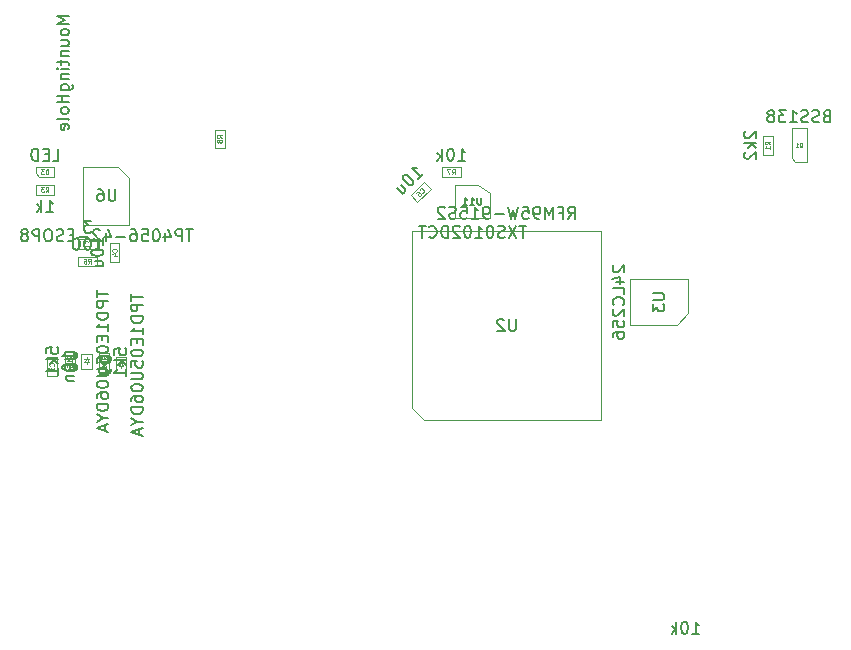
<source format=gbr>
%TF.GenerationSoftware,KiCad,Pcbnew,9.0.2*%
%TF.CreationDate,2025-07-15T17:58:13-04:00*%
%TF.ProjectId,raven-caller,72617665-6e2d-4636-916c-6c65722e6b69,rev?*%
%TF.SameCoordinates,Original*%
%TF.FileFunction,AssemblyDrawing,Bot*%
%FSLAX46Y46*%
G04 Gerber Fmt 4.6, Leading zero omitted, Abs format (unit mm)*
G04 Created by KiCad (PCBNEW 9.0.2) date 2025-07-15 17:58:13*
%MOMM*%
%LPD*%
G01*
G04 APERTURE LIST*
%ADD10C,0.150000*%
%ADD11C,0.060000*%
%ADD12C,0.050000*%
%ADD13C,0.100000*%
G04 APERTURE END LIST*
D10*
X127904819Y-87814284D02*
X126904819Y-87814284D01*
X126904819Y-87814284D02*
X127619104Y-88147617D01*
X127619104Y-88147617D02*
X126904819Y-88480950D01*
X126904819Y-88480950D02*
X127904819Y-88480950D01*
X127904819Y-89099998D02*
X127857200Y-89004760D01*
X127857200Y-89004760D02*
X127809580Y-88957141D01*
X127809580Y-88957141D02*
X127714342Y-88909522D01*
X127714342Y-88909522D02*
X127428628Y-88909522D01*
X127428628Y-88909522D02*
X127333390Y-88957141D01*
X127333390Y-88957141D02*
X127285771Y-89004760D01*
X127285771Y-89004760D02*
X127238152Y-89099998D01*
X127238152Y-89099998D02*
X127238152Y-89242855D01*
X127238152Y-89242855D02*
X127285771Y-89338093D01*
X127285771Y-89338093D02*
X127333390Y-89385712D01*
X127333390Y-89385712D02*
X127428628Y-89433331D01*
X127428628Y-89433331D02*
X127714342Y-89433331D01*
X127714342Y-89433331D02*
X127809580Y-89385712D01*
X127809580Y-89385712D02*
X127857200Y-89338093D01*
X127857200Y-89338093D02*
X127904819Y-89242855D01*
X127904819Y-89242855D02*
X127904819Y-89099998D01*
X127238152Y-90290474D02*
X127904819Y-90290474D01*
X127238152Y-89861903D02*
X127761961Y-89861903D01*
X127761961Y-89861903D02*
X127857200Y-89909522D01*
X127857200Y-89909522D02*
X127904819Y-90004760D01*
X127904819Y-90004760D02*
X127904819Y-90147617D01*
X127904819Y-90147617D02*
X127857200Y-90242855D01*
X127857200Y-90242855D02*
X127809580Y-90290474D01*
X127238152Y-90766665D02*
X127904819Y-90766665D01*
X127333390Y-90766665D02*
X127285771Y-90814284D01*
X127285771Y-90814284D02*
X127238152Y-90909522D01*
X127238152Y-90909522D02*
X127238152Y-91052379D01*
X127238152Y-91052379D02*
X127285771Y-91147617D01*
X127285771Y-91147617D02*
X127381009Y-91195236D01*
X127381009Y-91195236D02*
X127904819Y-91195236D01*
X127238152Y-91528570D02*
X127238152Y-91909522D01*
X126904819Y-91671427D02*
X127761961Y-91671427D01*
X127761961Y-91671427D02*
X127857200Y-91719046D01*
X127857200Y-91719046D02*
X127904819Y-91814284D01*
X127904819Y-91814284D02*
X127904819Y-91909522D01*
X127904819Y-92242856D02*
X127238152Y-92242856D01*
X126904819Y-92242856D02*
X126952438Y-92195237D01*
X126952438Y-92195237D02*
X127000057Y-92242856D01*
X127000057Y-92242856D02*
X126952438Y-92290475D01*
X126952438Y-92290475D02*
X126904819Y-92242856D01*
X126904819Y-92242856D02*
X127000057Y-92242856D01*
X127238152Y-92719046D02*
X127904819Y-92719046D01*
X127333390Y-92719046D02*
X127285771Y-92766665D01*
X127285771Y-92766665D02*
X127238152Y-92861903D01*
X127238152Y-92861903D02*
X127238152Y-93004760D01*
X127238152Y-93004760D02*
X127285771Y-93099998D01*
X127285771Y-93099998D02*
X127381009Y-93147617D01*
X127381009Y-93147617D02*
X127904819Y-93147617D01*
X127238152Y-94052379D02*
X128047676Y-94052379D01*
X128047676Y-94052379D02*
X128142914Y-94004760D01*
X128142914Y-94004760D02*
X128190533Y-93957141D01*
X128190533Y-93957141D02*
X128238152Y-93861903D01*
X128238152Y-93861903D02*
X128238152Y-93719046D01*
X128238152Y-93719046D02*
X128190533Y-93623808D01*
X127857200Y-94052379D02*
X127904819Y-93957141D01*
X127904819Y-93957141D02*
X127904819Y-93766665D01*
X127904819Y-93766665D02*
X127857200Y-93671427D01*
X127857200Y-93671427D02*
X127809580Y-93623808D01*
X127809580Y-93623808D02*
X127714342Y-93576189D01*
X127714342Y-93576189D02*
X127428628Y-93576189D01*
X127428628Y-93576189D02*
X127333390Y-93623808D01*
X127333390Y-93623808D02*
X127285771Y-93671427D01*
X127285771Y-93671427D02*
X127238152Y-93766665D01*
X127238152Y-93766665D02*
X127238152Y-93957141D01*
X127238152Y-93957141D02*
X127285771Y-94052379D01*
X127904819Y-94528570D02*
X126904819Y-94528570D01*
X127381009Y-94528570D02*
X127381009Y-95099998D01*
X127904819Y-95099998D02*
X126904819Y-95099998D01*
X127904819Y-95719046D02*
X127857200Y-95623808D01*
X127857200Y-95623808D02*
X127809580Y-95576189D01*
X127809580Y-95576189D02*
X127714342Y-95528570D01*
X127714342Y-95528570D02*
X127428628Y-95528570D01*
X127428628Y-95528570D02*
X127333390Y-95576189D01*
X127333390Y-95576189D02*
X127285771Y-95623808D01*
X127285771Y-95623808D02*
X127238152Y-95719046D01*
X127238152Y-95719046D02*
X127238152Y-95861903D01*
X127238152Y-95861903D02*
X127285771Y-95957141D01*
X127285771Y-95957141D02*
X127333390Y-96004760D01*
X127333390Y-96004760D02*
X127428628Y-96052379D01*
X127428628Y-96052379D02*
X127714342Y-96052379D01*
X127714342Y-96052379D02*
X127809580Y-96004760D01*
X127809580Y-96004760D02*
X127857200Y-95957141D01*
X127857200Y-95957141D02*
X127904819Y-95861903D01*
X127904819Y-95861903D02*
X127904819Y-95719046D01*
X127904819Y-96623808D02*
X127857200Y-96528570D01*
X127857200Y-96528570D02*
X127761961Y-96480951D01*
X127761961Y-96480951D02*
X126904819Y-96480951D01*
X127857200Y-97385713D02*
X127904819Y-97290475D01*
X127904819Y-97290475D02*
X127904819Y-97099999D01*
X127904819Y-97099999D02*
X127857200Y-97004761D01*
X127857200Y-97004761D02*
X127761961Y-96957142D01*
X127761961Y-96957142D02*
X127381009Y-96957142D01*
X127381009Y-96957142D02*
X127285771Y-97004761D01*
X127285771Y-97004761D02*
X127238152Y-97099999D01*
X127238152Y-97099999D02*
X127238152Y-97290475D01*
X127238152Y-97290475D02*
X127285771Y-97385713D01*
X127285771Y-97385713D02*
X127381009Y-97433332D01*
X127381009Y-97433332D02*
X127476247Y-97433332D01*
X127476247Y-97433332D02*
X127571485Y-96957142D01*
X185207557Y-97558333D02*
X185159938Y-97605952D01*
X185159938Y-97605952D02*
X185112319Y-97701190D01*
X185112319Y-97701190D02*
X185112319Y-97939285D01*
X185112319Y-97939285D02*
X185159938Y-98034523D01*
X185159938Y-98034523D02*
X185207557Y-98082142D01*
X185207557Y-98082142D02*
X185302795Y-98129761D01*
X185302795Y-98129761D02*
X185398033Y-98129761D01*
X185398033Y-98129761D02*
X185540890Y-98082142D01*
X185540890Y-98082142D02*
X186112319Y-97510714D01*
X186112319Y-97510714D02*
X186112319Y-98129761D01*
X186112319Y-98558333D02*
X185112319Y-98558333D01*
X185731366Y-98653571D02*
X186112319Y-98939285D01*
X185445652Y-98939285D02*
X185826604Y-98558333D01*
X185207557Y-99320238D02*
X185159938Y-99367857D01*
X185159938Y-99367857D02*
X185112319Y-99463095D01*
X185112319Y-99463095D02*
X185112319Y-99701190D01*
X185112319Y-99701190D02*
X185159938Y-99796428D01*
X185159938Y-99796428D02*
X185207557Y-99844047D01*
X185207557Y-99844047D02*
X185302795Y-99891666D01*
X185302795Y-99891666D02*
X185398033Y-99891666D01*
X185398033Y-99891666D02*
X185540890Y-99844047D01*
X185540890Y-99844047D02*
X186112319Y-99272619D01*
X186112319Y-99272619D02*
X186112319Y-99891666D01*
D11*
X187269427Y-98658333D02*
X187078951Y-98525000D01*
X187269427Y-98429762D02*
X186869427Y-98429762D01*
X186869427Y-98429762D02*
X186869427Y-98582143D01*
X186869427Y-98582143D02*
X186888475Y-98620238D01*
X186888475Y-98620238D02*
X186907522Y-98639285D01*
X186907522Y-98639285D02*
X186945618Y-98658333D01*
X186945618Y-98658333D02*
X187002760Y-98658333D01*
X187002760Y-98658333D02*
X187040856Y-98639285D01*
X187040856Y-98639285D02*
X187059903Y-98620238D01*
X187059903Y-98620238D02*
X187078951Y-98582143D01*
X187078951Y-98582143D02*
X187078951Y-98429762D01*
X187269427Y-99039285D02*
X187269427Y-98810714D01*
X187269427Y-98925000D02*
X186869427Y-98925000D01*
X186869427Y-98925000D02*
X186926570Y-98886904D01*
X186926570Y-98886904D02*
X186964665Y-98848809D01*
X186964665Y-98848809D02*
X186983713Y-98810714D01*
D10*
X166623809Y-105554819D02*
X166052381Y-105554819D01*
X166338095Y-106554819D02*
X166338095Y-105554819D01*
X165814285Y-105554819D02*
X165147619Y-106554819D01*
X165147619Y-105554819D02*
X165814285Y-106554819D01*
X164814285Y-106507200D02*
X164671428Y-106554819D01*
X164671428Y-106554819D02*
X164433333Y-106554819D01*
X164433333Y-106554819D02*
X164338095Y-106507200D01*
X164338095Y-106507200D02*
X164290476Y-106459580D01*
X164290476Y-106459580D02*
X164242857Y-106364342D01*
X164242857Y-106364342D02*
X164242857Y-106269104D01*
X164242857Y-106269104D02*
X164290476Y-106173866D01*
X164290476Y-106173866D02*
X164338095Y-106126247D01*
X164338095Y-106126247D02*
X164433333Y-106078628D01*
X164433333Y-106078628D02*
X164623809Y-106031009D01*
X164623809Y-106031009D02*
X164719047Y-105983390D01*
X164719047Y-105983390D02*
X164766666Y-105935771D01*
X164766666Y-105935771D02*
X164814285Y-105840533D01*
X164814285Y-105840533D02*
X164814285Y-105745295D01*
X164814285Y-105745295D02*
X164766666Y-105650057D01*
X164766666Y-105650057D02*
X164719047Y-105602438D01*
X164719047Y-105602438D02*
X164623809Y-105554819D01*
X164623809Y-105554819D02*
X164385714Y-105554819D01*
X164385714Y-105554819D02*
X164242857Y-105602438D01*
X163623809Y-105554819D02*
X163528571Y-105554819D01*
X163528571Y-105554819D02*
X163433333Y-105602438D01*
X163433333Y-105602438D02*
X163385714Y-105650057D01*
X163385714Y-105650057D02*
X163338095Y-105745295D01*
X163338095Y-105745295D02*
X163290476Y-105935771D01*
X163290476Y-105935771D02*
X163290476Y-106173866D01*
X163290476Y-106173866D02*
X163338095Y-106364342D01*
X163338095Y-106364342D02*
X163385714Y-106459580D01*
X163385714Y-106459580D02*
X163433333Y-106507200D01*
X163433333Y-106507200D02*
X163528571Y-106554819D01*
X163528571Y-106554819D02*
X163623809Y-106554819D01*
X163623809Y-106554819D02*
X163719047Y-106507200D01*
X163719047Y-106507200D02*
X163766666Y-106459580D01*
X163766666Y-106459580D02*
X163814285Y-106364342D01*
X163814285Y-106364342D02*
X163861904Y-106173866D01*
X163861904Y-106173866D02*
X163861904Y-105935771D01*
X163861904Y-105935771D02*
X163814285Y-105745295D01*
X163814285Y-105745295D02*
X163766666Y-105650057D01*
X163766666Y-105650057D02*
X163719047Y-105602438D01*
X163719047Y-105602438D02*
X163623809Y-105554819D01*
X162338095Y-106554819D02*
X162909523Y-106554819D01*
X162623809Y-106554819D02*
X162623809Y-105554819D01*
X162623809Y-105554819D02*
X162719047Y-105697676D01*
X162719047Y-105697676D02*
X162814285Y-105792914D01*
X162814285Y-105792914D02*
X162909523Y-105840533D01*
X161719047Y-105554819D02*
X161623809Y-105554819D01*
X161623809Y-105554819D02*
X161528571Y-105602438D01*
X161528571Y-105602438D02*
X161480952Y-105650057D01*
X161480952Y-105650057D02*
X161433333Y-105745295D01*
X161433333Y-105745295D02*
X161385714Y-105935771D01*
X161385714Y-105935771D02*
X161385714Y-106173866D01*
X161385714Y-106173866D02*
X161433333Y-106364342D01*
X161433333Y-106364342D02*
X161480952Y-106459580D01*
X161480952Y-106459580D02*
X161528571Y-106507200D01*
X161528571Y-106507200D02*
X161623809Y-106554819D01*
X161623809Y-106554819D02*
X161719047Y-106554819D01*
X161719047Y-106554819D02*
X161814285Y-106507200D01*
X161814285Y-106507200D02*
X161861904Y-106459580D01*
X161861904Y-106459580D02*
X161909523Y-106364342D01*
X161909523Y-106364342D02*
X161957142Y-106173866D01*
X161957142Y-106173866D02*
X161957142Y-105935771D01*
X161957142Y-105935771D02*
X161909523Y-105745295D01*
X161909523Y-105745295D02*
X161861904Y-105650057D01*
X161861904Y-105650057D02*
X161814285Y-105602438D01*
X161814285Y-105602438D02*
X161719047Y-105554819D01*
X161004761Y-105650057D02*
X160957142Y-105602438D01*
X160957142Y-105602438D02*
X160861904Y-105554819D01*
X160861904Y-105554819D02*
X160623809Y-105554819D01*
X160623809Y-105554819D02*
X160528571Y-105602438D01*
X160528571Y-105602438D02*
X160480952Y-105650057D01*
X160480952Y-105650057D02*
X160433333Y-105745295D01*
X160433333Y-105745295D02*
X160433333Y-105840533D01*
X160433333Y-105840533D02*
X160480952Y-105983390D01*
X160480952Y-105983390D02*
X161052380Y-106554819D01*
X161052380Y-106554819D02*
X160433333Y-106554819D01*
X160004761Y-106554819D02*
X160004761Y-105554819D01*
X160004761Y-105554819D02*
X159766666Y-105554819D01*
X159766666Y-105554819D02*
X159623809Y-105602438D01*
X159623809Y-105602438D02*
X159528571Y-105697676D01*
X159528571Y-105697676D02*
X159480952Y-105792914D01*
X159480952Y-105792914D02*
X159433333Y-105983390D01*
X159433333Y-105983390D02*
X159433333Y-106126247D01*
X159433333Y-106126247D02*
X159480952Y-106316723D01*
X159480952Y-106316723D02*
X159528571Y-106411961D01*
X159528571Y-106411961D02*
X159623809Y-106507200D01*
X159623809Y-106507200D02*
X159766666Y-106554819D01*
X159766666Y-106554819D02*
X160004761Y-106554819D01*
X158433333Y-106459580D02*
X158480952Y-106507200D01*
X158480952Y-106507200D02*
X158623809Y-106554819D01*
X158623809Y-106554819D02*
X158719047Y-106554819D01*
X158719047Y-106554819D02*
X158861904Y-106507200D01*
X158861904Y-106507200D02*
X158957142Y-106411961D01*
X158957142Y-106411961D02*
X159004761Y-106316723D01*
X159004761Y-106316723D02*
X159052380Y-106126247D01*
X159052380Y-106126247D02*
X159052380Y-105983390D01*
X159052380Y-105983390D02*
X159004761Y-105792914D01*
X159004761Y-105792914D02*
X158957142Y-105697676D01*
X158957142Y-105697676D02*
X158861904Y-105602438D01*
X158861904Y-105602438D02*
X158719047Y-105554819D01*
X158719047Y-105554819D02*
X158623809Y-105554819D01*
X158623809Y-105554819D02*
X158480952Y-105602438D01*
X158480952Y-105602438D02*
X158433333Y-105650057D01*
X158147618Y-105554819D02*
X157576190Y-105554819D01*
X157861904Y-106554819D02*
X157861904Y-105554819D01*
X162842856Y-103169771D02*
X162842856Y-103655485D01*
X162842856Y-103655485D02*
X162814285Y-103712628D01*
X162814285Y-103712628D02*
X162785714Y-103741200D01*
X162785714Y-103741200D02*
X162728571Y-103769771D01*
X162728571Y-103769771D02*
X162614285Y-103769771D01*
X162614285Y-103769771D02*
X162557142Y-103741200D01*
X162557142Y-103741200D02*
X162528571Y-103712628D01*
X162528571Y-103712628D02*
X162499999Y-103655485D01*
X162499999Y-103655485D02*
X162499999Y-103169771D01*
X161900000Y-103769771D02*
X162242857Y-103769771D01*
X162071428Y-103769771D02*
X162071428Y-103169771D01*
X162071428Y-103169771D02*
X162128571Y-103255485D01*
X162128571Y-103255485D02*
X162185714Y-103312628D01*
X162185714Y-103312628D02*
X162242857Y-103341200D01*
X161328571Y-103769771D02*
X161671428Y-103769771D01*
X161499999Y-103769771D02*
X161499999Y-103169771D01*
X161499999Y-103169771D02*
X161557142Y-103255485D01*
X161557142Y-103255485D02*
X161614285Y-103312628D01*
X161614285Y-103312628D02*
X161671428Y-103341200D01*
X130277505Y-111017494D02*
X130277505Y-111588922D01*
X131277505Y-111303208D02*
X130277505Y-111303208D01*
X131277505Y-111922256D02*
X130277505Y-111922256D01*
X130277505Y-111922256D02*
X130277505Y-112303208D01*
X130277505Y-112303208D02*
X130325124Y-112398446D01*
X130325124Y-112398446D02*
X130372743Y-112446065D01*
X130372743Y-112446065D02*
X130467981Y-112493684D01*
X130467981Y-112493684D02*
X130610838Y-112493684D01*
X130610838Y-112493684D02*
X130706076Y-112446065D01*
X130706076Y-112446065D02*
X130753695Y-112398446D01*
X130753695Y-112398446D02*
X130801314Y-112303208D01*
X130801314Y-112303208D02*
X130801314Y-111922256D01*
X131277505Y-112922256D02*
X130277505Y-112922256D01*
X130277505Y-112922256D02*
X130277505Y-113160351D01*
X130277505Y-113160351D02*
X130325124Y-113303208D01*
X130325124Y-113303208D02*
X130420362Y-113398446D01*
X130420362Y-113398446D02*
X130515600Y-113446065D01*
X130515600Y-113446065D02*
X130706076Y-113493684D01*
X130706076Y-113493684D02*
X130848933Y-113493684D01*
X130848933Y-113493684D02*
X131039409Y-113446065D01*
X131039409Y-113446065D02*
X131134647Y-113398446D01*
X131134647Y-113398446D02*
X131229886Y-113303208D01*
X131229886Y-113303208D02*
X131277505Y-113160351D01*
X131277505Y-113160351D02*
X131277505Y-112922256D01*
X131277505Y-114446065D02*
X131277505Y-113874637D01*
X131277505Y-114160351D02*
X130277505Y-114160351D01*
X130277505Y-114160351D02*
X130420362Y-114065113D01*
X130420362Y-114065113D02*
X130515600Y-113969875D01*
X130515600Y-113969875D02*
X130563219Y-113874637D01*
X130753695Y-114874637D02*
X130753695Y-115207970D01*
X131277505Y-115350827D02*
X131277505Y-114874637D01*
X131277505Y-114874637D02*
X130277505Y-114874637D01*
X130277505Y-114874637D02*
X130277505Y-115350827D01*
X130277505Y-115969875D02*
X130277505Y-116065113D01*
X130277505Y-116065113D02*
X130325124Y-116160351D01*
X130325124Y-116160351D02*
X130372743Y-116207970D01*
X130372743Y-116207970D02*
X130467981Y-116255589D01*
X130467981Y-116255589D02*
X130658457Y-116303208D01*
X130658457Y-116303208D02*
X130896552Y-116303208D01*
X130896552Y-116303208D02*
X131087028Y-116255589D01*
X131087028Y-116255589D02*
X131182266Y-116207970D01*
X131182266Y-116207970D02*
X131229886Y-116160351D01*
X131229886Y-116160351D02*
X131277505Y-116065113D01*
X131277505Y-116065113D02*
X131277505Y-115969875D01*
X131277505Y-115969875D02*
X131229886Y-115874637D01*
X131229886Y-115874637D02*
X131182266Y-115827018D01*
X131182266Y-115827018D02*
X131087028Y-115779399D01*
X131087028Y-115779399D02*
X130896552Y-115731780D01*
X130896552Y-115731780D02*
X130658457Y-115731780D01*
X130658457Y-115731780D02*
X130467981Y-115779399D01*
X130467981Y-115779399D02*
X130372743Y-115827018D01*
X130372743Y-115827018D02*
X130325124Y-115874637D01*
X130325124Y-115874637D02*
X130277505Y-115969875D01*
X130277505Y-117207970D02*
X130277505Y-116731780D01*
X130277505Y-116731780D02*
X130753695Y-116684161D01*
X130753695Y-116684161D02*
X130706076Y-116731780D01*
X130706076Y-116731780D02*
X130658457Y-116827018D01*
X130658457Y-116827018D02*
X130658457Y-117065113D01*
X130658457Y-117065113D02*
X130706076Y-117160351D01*
X130706076Y-117160351D02*
X130753695Y-117207970D01*
X130753695Y-117207970D02*
X130848933Y-117255589D01*
X130848933Y-117255589D02*
X131087028Y-117255589D01*
X131087028Y-117255589D02*
X131182266Y-117207970D01*
X131182266Y-117207970D02*
X131229886Y-117160351D01*
X131229886Y-117160351D02*
X131277505Y-117065113D01*
X131277505Y-117065113D02*
X131277505Y-116827018D01*
X131277505Y-116827018D02*
X131229886Y-116731780D01*
X131229886Y-116731780D02*
X131182266Y-116684161D01*
X130277505Y-117684161D02*
X131087028Y-117684161D01*
X131087028Y-117684161D02*
X131182266Y-117731780D01*
X131182266Y-117731780D02*
X131229886Y-117779399D01*
X131229886Y-117779399D02*
X131277505Y-117874637D01*
X131277505Y-117874637D02*
X131277505Y-118065113D01*
X131277505Y-118065113D02*
X131229886Y-118160351D01*
X131229886Y-118160351D02*
X131182266Y-118207970D01*
X131182266Y-118207970D02*
X131087028Y-118255589D01*
X131087028Y-118255589D02*
X130277505Y-118255589D01*
X130277505Y-118922256D02*
X130277505Y-119017494D01*
X130277505Y-119017494D02*
X130325124Y-119112732D01*
X130325124Y-119112732D02*
X130372743Y-119160351D01*
X130372743Y-119160351D02*
X130467981Y-119207970D01*
X130467981Y-119207970D02*
X130658457Y-119255589D01*
X130658457Y-119255589D02*
X130896552Y-119255589D01*
X130896552Y-119255589D02*
X131087028Y-119207970D01*
X131087028Y-119207970D02*
X131182266Y-119160351D01*
X131182266Y-119160351D02*
X131229886Y-119112732D01*
X131229886Y-119112732D02*
X131277505Y-119017494D01*
X131277505Y-119017494D02*
X131277505Y-118922256D01*
X131277505Y-118922256D02*
X131229886Y-118827018D01*
X131229886Y-118827018D02*
X131182266Y-118779399D01*
X131182266Y-118779399D02*
X131087028Y-118731780D01*
X131087028Y-118731780D02*
X130896552Y-118684161D01*
X130896552Y-118684161D02*
X130658457Y-118684161D01*
X130658457Y-118684161D02*
X130467981Y-118731780D01*
X130467981Y-118731780D02*
X130372743Y-118779399D01*
X130372743Y-118779399D02*
X130325124Y-118827018D01*
X130325124Y-118827018D02*
X130277505Y-118922256D01*
X130277505Y-120112732D02*
X130277505Y-119922256D01*
X130277505Y-119922256D02*
X130325124Y-119827018D01*
X130325124Y-119827018D02*
X130372743Y-119779399D01*
X130372743Y-119779399D02*
X130515600Y-119684161D01*
X130515600Y-119684161D02*
X130706076Y-119636542D01*
X130706076Y-119636542D02*
X131087028Y-119636542D01*
X131087028Y-119636542D02*
X131182266Y-119684161D01*
X131182266Y-119684161D02*
X131229886Y-119731780D01*
X131229886Y-119731780D02*
X131277505Y-119827018D01*
X131277505Y-119827018D02*
X131277505Y-120017494D01*
X131277505Y-120017494D02*
X131229886Y-120112732D01*
X131229886Y-120112732D02*
X131182266Y-120160351D01*
X131182266Y-120160351D02*
X131087028Y-120207970D01*
X131087028Y-120207970D02*
X130848933Y-120207970D01*
X130848933Y-120207970D02*
X130753695Y-120160351D01*
X130753695Y-120160351D02*
X130706076Y-120112732D01*
X130706076Y-120112732D02*
X130658457Y-120017494D01*
X130658457Y-120017494D02*
X130658457Y-119827018D01*
X130658457Y-119827018D02*
X130706076Y-119731780D01*
X130706076Y-119731780D02*
X130753695Y-119684161D01*
X130753695Y-119684161D02*
X130848933Y-119636542D01*
X131277505Y-120636542D02*
X130277505Y-120636542D01*
X130277505Y-120636542D02*
X130277505Y-120874637D01*
X130277505Y-120874637D02*
X130325124Y-121017494D01*
X130325124Y-121017494D02*
X130420362Y-121112732D01*
X130420362Y-121112732D02*
X130515600Y-121160351D01*
X130515600Y-121160351D02*
X130706076Y-121207970D01*
X130706076Y-121207970D02*
X130848933Y-121207970D01*
X130848933Y-121207970D02*
X131039409Y-121160351D01*
X131039409Y-121160351D02*
X131134647Y-121112732D01*
X131134647Y-121112732D02*
X131229886Y-121017494D01*
X131229886Y-121017494D02*
X131277505Y-120874637D01*
X131277505Y-120874637D02*
X131277505Y-120636542D01*
X130801314Y-121827018D02*
X131277505Y-121827018D01*
X130277505Y-121493685D02*
X130801314Y-121827018D01*
X130801314Y-121827018D02*
X130277505Y-122160351D01*
X130991790Y-122446066D02*
X130991790Y-122922256D01*
X131277505Y-122350828D02*
X130277505Y-122684161D01*
X130277505Y-122684161D02*
X131277505Y-123017494D01*
X127577506Y-116255589D02*
X128387029Y-116255589D01*
X128387029Y-116255589D02*
X128482267Y-116303208D01*
X128482267Y-116303208D02*
X128529887Y-116350827D01*
X128529887Y-116350827D02*
X128577506Y-116446065D01*
X128577506Y-116446065D02*
X128577506Y-116636541D01*
X128577506Y-116636541D02*
X128529887Y-116731779D01*
X128529887Y-116731779D02*
X128482267Y-116779398D01*
X128482267Y-116779398D02*
X128387029Y-116827017D01*
X128387029Y-116827017D02*
X127577506Y-116827017D01*
X128006077Y-117446065D02*
X127958458Y-117350827D01*
X127958458Y-117350827D02*
X127910839Y-117303208D01*
X127910839Y-117303208D02*
X127815601Y-117255589D01*
X127815601Y-117255589D02*
X127767982Y-117255589D01*
X127767982Y-117255589D02*
X127672744Y-117303208D01*
X127672744Y-117303208D02*
X127625125Y-117350827D01*
X127625125Y-117350827D02*
X127577506Y-117446065D01*
X127577506Y-117446065D02*
X127577506Y-117636541D01*
X127577506Y-117636541D02*
X127625125Y-117731779D01*
X127625125Y-117731779D02*
X127672744Y-117779398D01*
X127672744Y-117779398D02*
X127767982Y-117827017D01*
X127767982Y-117827017D02*
X127815601Y-117827017D01*
X127815601Y-117827017D02*
X127910839Y-117779398D01*
X127910839Y-117779398D02*
X127958458Y-117731779D01*
X127958458Y-117731779D02*
X128006077Y-117636541D01*
X128006077Y-117636541D02*
X128006077Y-117446065D01*
X128006077Y-117446065D02*
X128053696Y-117350827D01*
X128053696Y-117350827D02*
X128101315Y-117303208D01*
X128101315Y-117303208D02*
X128196553Y-117255589D01*
X128196553Y-117255589D02*
X128387029Y-117255589D01*
X128387029Y-117255589D02*
X128482267Y-117303208D01*
X128482267Y-117303208D02*
X128529887Y-117350827D01*
X128529887Y-117350827D02*
X128577506Y-117446065D01*
X128577506Y-117446065D02*
X128577506Y-117636541D01*
X128577506Y-117636541D02*
X128529887Y-117731779D01*
X128529887Y-117731779D02*
X128482267Y-117779398D01*
X128482267Y-117779398D02*
X128387029Y-117827017D01*
X128387029Y-117827017D02*
X128196553Y-117827017D01*
X128196553Y-117827017D02*
X128101315Y-117779398D01*
X128101315Y-117779398D02*
X128053696Y-117731779D01*
X128053696Y-117731779D02*
X128006077Y-117636541D01*
X131784819Y-116457142D02*
X131784819Y-115980952D01*
X131784819Y-115980952D02*
X132261009Y-115933333D01*
X132261009Y-115933333D02*
X132213390Y-115980952D01*
X132213390Y-115980952D02*
X132165771Y-116076190D01*
X132165771Y-116076190D02*
X132165771Y-116314285D01*
X132165771Y-116314285D02*
X132213390Y-116409523D01*
X132213390Y-116409523D02*
X132261009Y-116457142D01*
X132261009Y-116457142D02*
X132356247Y-116504761D01*
X132356247Y-116504761D02*
X132594342Y-116504761D01*
X132594342Y-116504761D02*
X132689580Y-116457142D01*
X132689580Y-116457142D02*
X132737200Y-116409523D01*
X132737200Y-116409523D02*
X132784819Y-116314285D01*
X132784819Y-116314285D02*
X132784819Y-116076190D01*
X132784819Y-116076190D02*
X132737200Y-115980952D01*
X132737200Y-115980952D02*
X132689580Y-115933333D01*
X132784819Y-116933333D02*
X131784819Y-116933333D01*
X132403866Y-117028571D02*
X132784819Y-117314285D01*
X132118152Y-117314285D02*
X132499104Y-116933333D01*
X132784819Y-118266666D02*
X132784819Y-117695238D01*
X132784819Y-117980952D02*
X131784819Y-117980952D01*
X131784819Y-117980952D02*
X131927676Y-117885714D01*
X131927676Y-117885714D02*
X132022914Y-117790476D01*
X132022914Y-117790476D02*
X132070533Y-117695238D01*
D11*
X131081927Y-116842857D02*
X130891451Y-116709524D01*
X131081927Y-116614286D02*
X130681927Y-116614286D01*
X130681927Y-116614286D02*
X130681927Y-116766667D01*
X130681927Y-116766667D02*
X130700975Y-116804762D01*
X130700975Y-116804762D02*
X130720022Y-116823809D01*
X130720022Y-116823809D02*
X130758118Y-116842857D01*
X130758118Y-116842857D02*
X130815260Y-116842857D01*
X130815260Y-116842857D02*
X130853356Y-116823809D01*
X130853356Y-116823809D02*
X130872403Y-116804762D01*
X130872403Y-116804762D02*
X130891451Y-116766667D01*
X130891451Y-116766667D02*
X130891451Y-116614286D01*
X131081927Y-117223809D02*
X131081927Y-116995238D01*
X131081927Y-117109524D02*
X130681927Y-117109524D01*
X130681927Y-117109524D02*
X130739070Y-117071428D01*
X130739070Y-117071428D02*
X130777165Y-117033333D01*
X130777165Y-117033333D02*
X130796213Y-116995238D01*
X130681927Y-117566666D02*
X130681927Y-117490476D01*
X130681927Y-117490476D02*
X130700975Y-117452380D01*
X130700975Y-117452380D02*
X130720022Y-117433333D01*
X130720022Y-117433333D02*
X130777165Y-117395238D01*
X130777165Y-117395238D02*
X130853356Y-117376190D01*
X130853356Y-117376190D02*
X131005737Y-117376190D01*
X131005737Y-117376190D02*
X131043832Y-117395238D01*
X131043832Y-117395238D02*
X131062880Y-117414285D01*
X131062880Y-117414285D02*
X131081927Y-117452380D01*
X131081927Y-117452380D02*
X131081927Y-117528571D01*
X131081927Y-117528571D02*
X131062880Y-117566666D01*
X131062880Y-117566666D02*
X131043832Y-117585714D01*
X131043832Y-117585714D02*
X131005737Y-117604761D01*
X131005737Y-117604761D02*
X130910499Y-117604761D01*
X130910499Y-117604761D02*
X130872403Y-117585714D01*
X130872403Y-117585714D02*
X130853356Y-117566666D01*
X130853356Y-117566666D02*
X130834308Y-117528571D01*
X130834308Y-117528571D02*
X130834308Y-117452380D01*
X130834308Y-117452380D02*
X130853356Y-117414285D01*
X130853356Y-117414285D02*
X130872403Y-117395238D01*
X130872403Y-117395238D02*
X130910499Y-117376190D01*
D10*
X130166666Y-107594819D02*
X130738094Y-107594819D01*
X130452380Y-107594819D02*
X130452380Y-106594819D01*
X130452380Y-106594819D02*
X130547618Y-106737676D01*
X130547618Y-106737676D02*
X130642856Y-106832914D01*
X130642856Y-106832914D02*
X130738094Y-106880533D01*
X129547618Y-106594819D02*
X129452380Y-106594819D01*
X129452380Y-106594819D02*
X129357142Y-106642438D01*
X129357142Y-106642438D02*
X129309523Y-106690057D01*
X129309523Y-106690057D02*
X129261904Y-106785295D01*
X129261904Y-106785295D02*
X129214285Y-106975771D01*
X129214285Y-106975771D02*
X129214285Y-107213866D01*
X129214285Y-107213866D02*
X129261904Y-107404342D01*
X129261904Y-107404342D02*
X129309523Y-107499580D01*
X129309523Y-107499580D02*
X129357142Y-107547200D01*
X129357142Y-107547200D02*
X129452380Y-107594819D01*
X129452380Y-107594819D02*
X129547618Y-107594819D01*
X129547618Y-107594819D02*
X129642856Y-107547200D01*
X129642856Y-107547200D02*
X129690475Y-107499580D01*
X129690475Y-107499580D02*
X129738094Y-107404342D01*
X129738094Y-107404342D02*
X129785713Y-107213866D01*
X129785713Y-107213866D02*
X129785713Y-106975771D01*
X129785713Y-106975771D02*
X129738094Y-106785295D01*
X129738094Y-106785295D02*
X129690475Y-106690057D01*
X129690475Y-106690057D02*
X129642856Y-106642438D01*
X129642856Y-106642438D02*
X129547618Y-106594819D01*
X128595237Y-106594819D02*
X128499999Y-106594819D01*
X128499999Y-106594819D02*
X128404761Y-106642438D01*
X128404761Y-106642438D02*
X128357142Y-106690057D01*
X128357142Y-106690057D02*
X128309523Y-106785295D01*
X128309523Y-106785295D02*
X128261904Y-106975771D01*
X128261904Y-106975771D02*
X128261904Y-107213866D01*
X128261904Y-107213866D02*
X128309523Y-107404342D01*
X128309523Y-107404342D02*
X128357142Y-107499580D01*
X128357142Y-107499580D02*
X128404761Y-107547200D01*
X128404761Y-107547200D02*
X128499999Y-107594819D01*
X128499999Y-107594819D02*
X128595237Y-107594819D01*
X128595237Y-107594819D02*
X128690475Y-107547200D01*
X128690475Y-107547200D02*
X128738094Y-107499580D01*
X128738094Y-107499580D02*
X128785713Y-107404342D01*
X128785713Y-107404342D02*
X128833332Y-107213866D01*
X128833332Y-107213866D02*
X128833332Y-106975771D01*
X128833332Y-106975771D02*
X128785713Y-106785295D01*
X128785713Y-106785295D02*
X128738094Y-106690057D01*
X128738094Y-106690057D02*
X128690475Y-106642438D01*
X128690475Y-106642438D02*
X128595237Y-106594819D01*
D11*
X129566666Y-108751927D02*
X129699999Y-108561451D01*
X129795237Y-108751927D02*
X129795237Y-108351927D01*
X129795237Y-108351927D02*
X129642856Y-108351927D01*
X129642856Y-108351927D02*
X129604761Y-108370975D01*
X129604761Y-108370975D02*
X129585714Y-108390022D01*
X129585714Y-108390022D02*
X129566666Y-108428118D01*
X129566666Y-108428118D02*
X129566666Y-108485260D01*
X129566666Y-108485260D02*
X129585714Y-108523356D01*
X129585714Y-108523356D02*
X129604761Y-108542403D01*
X129604761Y-108542403D02*
X129642856Y-108561451D01*
X129642856Y-108561451D02*
X129795237Y-108561451D01*
X129223809Y-108351927D02*
X129299999Y-108351927D01*
X129299999Y-108351927D02*
X129338095Y-108370975D01*
X129338095Y-108370975D02*
X129357142Y-108390022D01*
X129357142Y-108390022D02*
X129395237Y-108447165D01*
X129395237Y-108447165D02*
X129414285Y-108523356D01*
X129414285Y-108523356D02*
X129414285Y-108675737D01*
X129414285Y-108675737D02*
X129395237Y-108713832D01*
X129395237Y-108713832D02*
X129376190Y-108732880D01*
X129376190Y-108732880D02*
X129338095Y-108751927D01*
X129338095Y-108751927D02*
X129261904Y-108751927D01*
X129261904Y-108751927D02*
X129223809Y-108732880D01*
X129223809Y-108732880D02*
X129204761Y-108713832D01*
X129204761Y-108713832D02*
X129185714Y-108675737D01*
X129185714Y-108675737D02*
X129185714Y-108580499D01*
X129185714Y-108580499D02*
X129204761Y-108542403D01*
X129204761Y-108542403D02*
X129223809Y-108523356D01*
X129223809Y-108523356D02*
X129261904Y-108504308D01*
X129261904Y-108504308D02*
X129338095Y-108504308D01*
X129338095Y-108504308D02*
X129376190Y-108523356D01*
X129376190Y-108523356D02*
X129395237Y-108542403D01*
X129395237Y-108542403D02*
X129414285Y-108580499D01*
D10*
X192072023Y-96256009D02*
X191929166Y-96303628D01*
X191929166Y-96303628D02*
X191881547Y-96351247D01*
X191881547Y-96351247D02*
X191833928Y-96446485D01*
X191833928Y-96446485D02*
X191833928Y-96589342D01*
X191833928Y-96589342D02*
X191881547Y-96684580D01*
X191881547Y-96684580D02*
X191929166Y-96732200D01*
X191929166Y-96732200D02*
X192024404Y-96779819D01*
X192024404Y-96779819D02*
X192405356Y-96779819D01*
X192405356Y-96779819D02*
X192405356Y-95779819D01*
X192405356Y-95779819D02*
X192072023Y-95779819D01*
X192072023Y-95779819D02*
X191976785Y-95827438D01*
X191976785Y-95827438D02*
X191929166Y-95875057D01*
X191929166Y-95875057D02*
X191881547Y-95970295D01*
X191881547Y-95970295D02*
X191881547Y-96065533D01*
X191881547Y-96065533D02*
X191929166Y-96160771D01*
X191929166Y-96160771D02*
X191976785Y-96208390D01*
X191976785Y-96208390D02*
X192072023Y-96256009D01*
X192072023Y-96256009D02*
X192405356Y-96256009D01*
X191452975Y-96732200D02*
X191310118Y-96779819D01*
X191310118Y-96779819D02*
X191072023Y-96779819D01*
X191072023Y-96779819D02*
X190976785Y-96732200D01*
X190976785Y-96732200D02*
X190929166Y-96684580D01*
X190929166Y-96684580D02*
X190881547Y-96589342D01*
X190881547Y-96589342D02*
X190881547Y-96494104D01*
X190881547Y-96494104D02*
X190929166Y-96398866D01*
X190929166Y-96398866D02*
X190976785Y-96351247D01*
X190976785Y-96351247D02*
X191072023Y-96303628D01*
X191072023Y-96303628D02*
X191262499Y-96256009D01*
X191262499Y-96256009D02*
X191357737Y-96208390D01*
X191357737Y-96208390D02*
X191405356Y-96160771D01*
X191405356Y-96160771D02*
X191452975Y-96065533D01*
X191452975Y-96065533D02*
X191452975Y-95970295D01*
X191452975Y-95970295D02*
X191405356Y-95875057D01*
X191405356Y-95875057D02*
X191357737Y-95827438D01*
X191357737Y-95827438D02*
X191262499Y-95779819D01*
X191262499Y-95779819D02*
X191024404Y-95779819D01*
X191024404Y-95779819D02*
X190881547Y-95827438D01*
X190500594Y-96732200D02*
X190357737Y-96779819D01*
X190357737Y-96779819D02*
X190119642Y-96779819D01*
X190119642Y-96779819D02*
X190024404Y-96732200D01*
X190024404Y-96732200D02*
X189976785Y-96684580D01*
X189976785Y-96684580D02*
X189929166Y-96589342D01*
X189929166Y-96589342D02*
X189929166Y-96494104D01*
X189929166Y-96494104D02*
X189976785Y-96398866D01*
X189976785Y-96398866D02*
X190024404Y-96351247D01*
X190024404Y-96351247D02*
X190119642Y-96303628D01*
X190119642Y-96303628D02*
X190310118Y-96256009D01*
X190310118Y-96256009D02*
X190405356Y-96208390D01*
X190405356Y-96208390D02*
X190452975Y-96160771D01*
X190452975Y-96160771D02*
X190500594Y-96065533D01*
X190500594Y-96065533D02*
X190500594Y-95970295D01*
X190500594Y-95970295D02*
X190452975Y-95875057D01*
X190452975Y-95875057D02*
X190405356Y-95827438D01*
X190405356Y-95827438D02*
X190310118Y-95779819D01*
X190310118Y-95779819D02*
X190072023Y-95779819D01*
X190072023Y-95779819D02*
X189929166Y-95827438D01*
X188976785Y-96779819D02*
X189548213Y-96779819D01*
X189262499Y-96779819D02*
X189262499Y-95779819D01*
X189262499Y-95779819D02*
X189357737Y-95922676D01*
X189357737Y-95922676D02*
X189452975Y-96017914D01*
X189452975Y-96017914D02*
X189548213Y-96065533D01*
X188643451Y-95779819D02*
X188024404Y-95779819D01*
X188024404Y-95779819D02*
X188357737Y-96160771D01*
X188357737Y-96160771D02*
X188214880Y-96160771D01*
X188214880Y-96160771D02*
X188119642Y-96208390D01*
X188119642Y-96208390D02*
X188072023Y-96256009D01*
X188072023Y-96256009D02*
X188024404Y-96351247D01*
X188024404Y-96351247D02*
X188024404Y-96589342D01*
X188024404Y-96589342D02*
X188072023Y-96684580D01*
X188072023Y-96684580D02*
X188119642Y-96732200D01*
X188119642Y-96732200D02*
X188214880Y-96779819D01*
X188214880Y-96779819D02*
X188500594Y-96779819D01*
X188500594Y-96779819D02*
X188595832Y-96732200D01*
X188595832Y-96732200D02*
X188643451Y-96684580D01*
X187452975Y-96208390D02*
X187548213Y-96160771D01*
X187548213Y-96160771D02*
X187595832Y-96113152D01*
X187595832Y-96113152D02*
X187643451Y-96017914D01*
X187643451Y-96017914D02*
X187643451Y-95970295D01*
X187643451Y-95970295D02*
X187595832Y-95875057D01*
X187595832Y-95875057D02*
X187548213Y-95827438D01*
X187548213Y-95827438D02*
X187452975Y-95779819D01*
X187452975Y-95779819D02*
X187262499Y-95779819D01*
X187262499Y-95779819D02*
X187167261Y-95827438D01*
X187167261Y-95827438D02*
X187119642Y-95875057D01*
X187119642Y-95875057D02*
X187072023Y-95970295D01*
X187072023Y-95970295D02*
X187072023Y-96017914D01*
X187072023Y-96017914D02*
X187119642Y-96113152D01*
X187119642Y-96113152D02*
X187167261Y-96160771D01*
X187167261Y-96160771D02*
X187262499Y-96208390D01*
X187262499Y-96208390D02*
X187452975Y-96208390D01*
X187452975Y-96208390D02*
X187548213Y-96256009D01*
X187548213Y-96256009D02*
X187595832Y-96303628D01*
X187595832Y-96303628D02*
X187643451Y-96398866D01*
X187643451Y-96398866D02*
X187643451Y-96589342D01*
X187643451Y-96589342D02*
X187595832Y-96684580D01*
X187595832Y-96684580D02*
X187548213Y-96732200D01*
X187548213Y-96732200D02*
X187452975Y-96779819D01*
X187452975Y-96779819D02*
X187262499Y-96779819D01*
X187262499Y-96779819D02*
X187167261Y-96732200D01*
X187167261Y-96732200D02*
X187119642Y-96684580D01*
X187119642Y-96684580D02*
X187072023Y-96589342D01*
X187072023Y-96589342D02*
X187072023Y-96398866D01*
X187072023Y-96398866D02*
X187119642Y-96303628D01*
X187119642Y-96303628D02*
X187167261Y-96256009D01*
X187167261Y-96256009D02*
X187262499Y-96208390D01*
D12*
X189792976Y-98900914D02*
X189823452Y-98885676D01*
X189823452Y-98885676D02*
X189853928Y-98855200D01*
X189853928Y-98855200D02*
X189899642Y-98809485D01*
X189899642Y-98809485D02*
X189930119Y-98794247D01*
X189930119Y-98794247D02*
X189960595Y-98794247D01*
X189945357Y-98870438D02*
X189975833Y-98855200D01*
X189975833Y-98855200D02*
X190006309Y-98824723D01*
X190006309Y-98824723D02*
X190021547Y-98763771D01*
X190021547Y-98763771D02*
X190021547Y-98657104D01*
X190021547Y-98657104D02*
X190006309Y-98596152D01*
X190006309Y-98596152D02*
X189975833Y-98565676D01*
X189975833Y-98565676D02*
X189945357Y-98550438D01*
X189945357Y-98550438D02*
X189884404Y-98550438D01*
X189884404Y-98550438D02*
X189853928Y-98565676D01*
X189853928Y-98565676D02*
X189823452Y-98596152D01*
X189823452Y-98596152D02*
X189808214Y-98657104D01*
X189808214Y-98657104D02*
X189808214Y-98763771D01*
X189808214Y-98763771D02*
X189823452Y-98824723D01*
X189823452Y-98824723D02*
X189853928Y-98855200D01*
X189853928Y-98855200D02*
X189884404Y-98870438D01*
X189884404Y-98870438D02*
X189945357Y-98870438D01*
X189503452Y-98870438D02*
X189686309Y-98870438D01*
X189594881Y-98870438D02*
X189594881Y-98550438D01*
X189594881Y-98550438D02*
X189625357Y-98596152D01*
X189625357Y-98596152D02*
X189655833Y-98626628D01*
X189655833Y-98626628D02*
X189686309Y-98641866D01*
D10*
X157465011Y-101555873D02*
X157869072Y-101151812D01*
X157667041Y-101353843D02*
X156959935Y-100646736D01*
X156959935Y-100646736D02*
X157128293Y-100680408D01*
X157128293Y-100680408D02*
X157262980Y-100680408D01*
X157262980Y-100680408D02*
X157363996Y-100646736D01*
X156320171Y-101286499D02*
X156252828Y-101353843D01*
X156252828Y-101353843D02*
X156219156Y-101454858D01*
X156219156Y-101454858D02*
X156219156Y-101522202D01*
X156219156Y-101522202D02*
X156252828Y-101623217D01*
X156252828Y-101623217D02*
X156353843Y-101791576D01*
X156353843Y-101791576D02*
X156522202Y-101959934D01*
X156522202Y-101959934D02*
X156690561Y-102060950D01*
X156690561Y-102060950D02*
X156791576Y-102094621D01*
X156791576Y-102094621D02*
X156858919Y-102094621D01*
X156858919Y-102094621D02*
X156959935Y-102060950D01*
X156959935Y-102060950D02*
X157027278Y-101993606D01*
X157027278Y-101993606D02*
X157060950Y-101892591D01*
X157060950Y-101892591D02*
X157060950Y-101825247D01*
X157060950Y-101825247D02*
X157027278Y-101724232D01*
X157027278Y-101724232D02*
X156926263Y-101555873D01*
X156926263Y-101555873D02*
X156757904Y-101387515D01*
X156757904Y-101387515D02*
X156589545Y-101286499D01*
X156589545Y-101286499D02*
X156488530Y-101252828D01*
X156488530Y-101252828D02*
X156421187Y-101252828D01*
X156421187Y-101252828D02*
X156320171Y-101286499D01*
X155714080Y-102363996D02*
X156185484Y-102835400D01*
X156017125Y-102060950D02*
X156387515Y-102431339D01*
X156387515Y-102431339D02*
X156421186Y-102532354D01*
X156421186Y-102532354D02*
X156387515Y-102633370D01*
X156387515Y-102633370D02*
X156286499Y-102734385D01*
X156286499Y-102734385D02*
X156185484Y-102768057D01*
X156185484Y-102768057D02*
X156118141Y-102768057D01*
D11*
X157848845Y-102754564D02*
X157875782Y-102754564D01*
X157875782Y-102754564D02*
X157929657Y-102727627D01*
X157929657Y-102727627D02*
X157956594Y-102700689D01*
X157956594Y-102700689D02*
X157983532Y-102646814D01*
X157983532Y-102646814D02*
X157983532Y-102592940D01*
X157983532Y-102592940D02*
X157970063Y-102552534D01*
X157970063Y-102552534D02*
X157929657Y-102485190D01*
X157929657Y-102485190D02*
X157889251Y-102444784D01*
X157889251Y-102444784D02*
X157821907Y-102404378D01*
X157821907Y-102404378D02*
X157781501Y-102390909D01*
X157781501Y-102390909D02*
X157727626Y-102390909D01*
X157727626Y-102390909D02*
X157673752Y-102417847D01*
X157673752Y-102417847D02*
X157646814Y-102444784D01*
X157646814Y-102444784D02*
X157619877Y-102498659D01*
X157619877Y-102498659D02*
X157619877Y-102525596D01*
X157350503Y-102741095D02*
X157404378Y-102687221D01*
X157404378Y-102687221D02*
X157444784Y-102673752D01*
X157444784Y-102673752D02*
X157471721Y-102673752D01*
X157471721Y-102673752D02*
X157539065Y-102687221D01*
X157539065Y-102687221D02*
X157606408Y-102727627D01*
X157606408Y-102727627D02*
X157714158Y-102835376D01*
X157714158Y-102835376D02*
X157727626Y-102875782D01*
X157727626Y-102875782D02*
X157727626Y-102902720D01*
X157727626Y-102902720D02*
X157714158Y-102943126D01*
X157714158Y-102943126D02*
X157660283Y-102997001D01*
X157660283Y-102997001D02*
X157619877Y-103010469D01*
X157619877Y-103010469D02*
X157592939Y-103010469D01*
X157592939Y-103010469D02*
X157552533Y-102997001D01*
X157552533Y-102997001D02*
X157485190Y-102929657D01*
X157485190Y-102929657D02*
X157471721Y-102889251D01*
X157471721Y-102889251D02*
X157471721Y-102862314D01*
X157471721Y-102862314D02*
X157485190Y-102821908D01*
X157485190Y-102821908D02*
X157539065Y-102768033D01*
X157539065Y-102768033D02*
X157579471Y-102754564D01*
X157579471Y-102754564D02*
X157606408Y-102754564D01*
X157606408Y-102754564D02*
X157646814Y-102768033D01*
D10*
X128384819Y-116857142D02*
X128384819Y-116285714D01*
X128384819Y-116571428D02*
X127384819Y-116571428D01*
X127384819Y-116571428D02*
X127527676Y-116476190D01*
X127527676Y-116476190D02*
X127622914Y-116380952D01*
X127622914Y-116380952D02*
X127670533Y-116285714D01*
X127384819Y-117476190D02*
X127384819Y-117571428D01*
X127384819Y-117571428D02*
X127432438Y-117666666D01*
X127432438Y-117666666D02*
X127480057Y-117714285D01*
X127480057Y-117714285D02*
X127575295Y-117761904D01*
X127575295Y-117761904D02*
X127765771Y-117809523D01*
X127765771Y-117809523D02*
X128003866Y-117809523D01*
X128003866Y-117809523D02*
X128194342Y-117761904D01*
X128194342Y-117761904D02*
X128289580Y-117714285D01*
X128289580Y-117714285D02*
X128337200Y-117666666D01*
X128337200Y-117666666D02*
X128384819Y-117571428D01*
X128384819Y-117571428D02*
X128384819Y-117476190D01*
X128384819Y-117476190D02*
X128337200Y-117380952D01*
X128337200Y-117380952D02*
X128289580Y-117333333D01*
X128289580Y-117333333D02*
X128194342Y-117285714D01*
X128194342Y-117285714D02*
X128003866Y-117238095D01*
X128003866Y-117238095D02*
X127765771Y-117238095D01*
X127765771Y-117238095D02*
X127575295Y-117285714D01*
X127575295Y-117285714D02*
X127480057Y-117333333D01*
X127480057Y-117333333D02*
X127432438Y-117380952D01*
X127432438Y-117380952D02*
X127384819Y-117476190D01*
X127718152Y-118238095D02*
X128384819Y-118238095D01*
X127813390Y-118238095D02*
X127765771Y-118285714D01*
X127765771Y-118285714D02*
X127718152Y-118380952D01*
X127718152Y-118380952D02*
X127718152Y-118523809D01*
X127718152Y-118523809D02*
X127765771Y-118619047D01*
X127765771Y-118619047D02*
X127861009Y-118666666D01*
X127861009Y-118666666D02*
X128384819Y-118666666D01*
D11*
X126643832Y-117433333D02*
X126662880Y-117414285D01*
X126662880Y-117414285D02*
X126681927Y-117357143D01*
X126681927Y-117357143D02*
X126681927Y-117319047D01*
X126681927Y-117319047D02*
X126662880Y-117261904D01*
X126662880Y-117261904D02*
X126624784Y-117223809D01*
X126624784Y-117223809D02*
X126586689Y-117204762D01*
X126586689Y-117204762D02*
X126510499Y-117185714D01*
X126510499Y-117185714D02*
X126453356Y-117185714D01*
X126453356Y-117185714D02*
X126377165Y-117204762D01*
X126377165Y-117204762D02*
X126339070Y-117223809D01*
X126339070Y-117223809D02*
X126300975Y-117261904D01*
X126300975Y-117261904D02*
X126281927Y-117319047D01*
X126281927Y-117319047D02*
X126281927Y-117357143D01*
X126281927Y-117357143D02*
X126300975Y-117414285D01*
X126300975Y-117414285D02*
X126320022Y-117433333D01*
X126681927Y-117814285D02*
X126681927Y-117585714D01*
X126681927Y-117700000D02*
X126281927Y-117700000D01*
X126281927Y-117700000D02*
X126339070Y-117661904D01*
X126339070Y-117661904D02*
X126377165Y-117623809D01*
X126377165Y-117623809D02*
X126396213Y-117585714D01*
D10*
X160895238Y-100024819D02*
X161466666Y-100024819D01*
X161180952Y-100024819D02*
X161180952Y-99024819D01*
X161180952Y-99024819D02*
X161276190Y-99167676D01*
X161276190Y-99167676D02*
X161371428Y-99262914D01*
X161371428Y-99262914D02*
X161466666Y-99310533D01*
X160276190Y-99024819D02*
X160180952Y-99024819D01*
X160180952Y-99024819D02*
X160085714Y-99072438D01*
X160085714Y-99072438D02*
X160038095Y-99120057D01*
X160038095Y-99120057D02*
X159990476Y-99215295D01*
X159990476Y-99215295D02*
X159942857Y-99405771D01*
X159942857Y-99405771D02*
X159942857Y-99643866D01*
X159942857Y-99643866D02*
X159990476Y-99834342D01*
X159990476Y-99834342D02*
X160038095Y-99929580D01*
X160038095Y-99929580D02*
X160085714Y-99977200D01*
X160085714Y-99977200D02*
X160180952Y-100024819D01*
X160180952Y-100024819D02*
X160276190Y-100024819D01*
X160276190Y-100024819D02*
X160371428Y-99977200D01*
X160371428Y-99977200D02*
X160419047Y-99929580D01*
X160419047Y-99929580D02*
X160466666Y-99834342D01*
X160466666Y-99834342D02*
X160514285Y-99643866D01*
X160514285Y-99643866D02*
X160514285Y-99405771D01*
X160514285Y-99405771D02*
X160466666Y-99215295D01*
X160466666Y-99215295D02*
X160419047Y-99120057D01*
X160419047Y-99120057D02*
X160371428Y-99072438D01*
X160371428Y-99072438D02*
X160276190Y-99024819D01*
X159514285Y-100024819D02*
X159514285Y-99024819D01*
X159419047Y-99643866D02*
X159133333Y-100024819D01*
X159133333Y-99358152D02*
X159514285Y-99739104D01*
D11*
X160366666Y-101181927D02*
X160499999Y-100991451D01*
X160595237Y-101181927D02*
X160595237Y-100781927D01*
X160595237Y-100781927D02*
X160442856Y-100781927D01*
X160442856Y-100781927D02*
X160404761Y-100800975D01*
X160404761Y-100800975D02*
X160385714Y-100820022D01*
X160385714Y-100820022D02*
X160366666Y-100858118D01*
X160366666Y-100858118D02*
X160366666Y-100915260D01*
X160366666Y-100915260D02*
X160385714Y-100953356D01*
X160385714Y-100953356D02*
X160404761Y-100972403D01*
X160404761Y-100972403D02*
X160442856Y-100991451D01*
X160442856Y-100991451D02*
X160595237Y-100991451D01*
X160233333Y-100781927D02*
X159966666Y-100781927D01*
X159966666Y-100781927D02*
X160138095Y-101181927D01*
D10*
X174050056Y-108904763D02*
X174002437Y-108952382D01*
X174002437Y-108952382D02*
X173954818Y-109047620D01*
X173954818Y-109047620D02*
X173954818Y-109285715D01*
X173954818Y-109285715D02*
X174002437Y-109380953D01*
X174002437Y-109380953D02*
X174050056Y-109428572D01*
X174050056Y-109428572D02*
X174145294Y-109476191D01*
X174145294Y-109476191D02*
X174240532Y-109476191D01*
X174240532Y-109476191D02*
X174383389Y-109428572D01*
X174383389Y-109428572D02*
X174954818Y-108857144D01*
X174954818Y-108857144D02*
X174954818Y-109476191D01*
X174288151Y-110333334D02*
X174954818Y-110333334D01*
X173907199Y-110095239D02*
X174621484Y-109857144D01*
X174621484Y-109857144D02*
X174621484Y-110476191D01*
X174954818Y-111333334D02*
X174954818Y-110857144D01*
X174954818Y-110857144D02*
X173954818Y-110857144D01*
X174859579Y-112238096D02*
X174907199Y-112190477D01*
X174907199Y-112190477D02*
X174954818Y-112047620D01*
X174954818Y-112047620D02*
X174954818Y-111952382D01*
X174954818Y-111952382D02*
X174907199Y-111809525D01*
X174907199Y-111809525D02*
X174811960Y-111714287D01*
X174811960Y-111714287D02*
X174716722Y-111666668D01*
X174716722Y-111666668D02*
X174526246Y-111619049D01*
X174526246Y-111619049D02*
X174383389Y-111619049D01*
X174383389Y-111619049D02*
X174192913Y-111666668D01*
X174192913Y-111666668D02*
X174097675Y-111714287D01*
X174097675Y-111714287D02*
X174002437Y-111809525D01*
X174002437Y-111809525D02*
X173954818Y-111952382D01*
X173954818Y-111952382D02*
X173954818Y-112047620D01*
X173954818Y-112047620D02*
X174002437Y-112190477D01*
X174002437Y-112190477D02*
X174050056Y-112238096D01*
X174050056Y-112619049D02*
X174002437Y-112666668D01*
X174002437Y-112666668D02*
X173954818Y-112761906D01*
X173954818Y-112761906D02*
X173954818Y-113000001D01*
X173954818Y-113000001D02*
X174002437Y-113095239D01*
X174002437Y-113095239D02*
X174050056Y-113142858D01*
X174050056Y-113142858D02*
X174145294Y-113190477D01*
X174145294Y-113190477D02*
X174240532Y-113190477D01*
X174240532Y-113190477D02*
X174383389Y-113142858D01*
X174383389Y-113142858D02*
X174954818Y-112571430D01*
X174954818Y-112571430D02*
X174954818Y-113190477D01*
X173954818Y-114095239D02*
X173954818Y-113619049D01*
X173954818Y-113619049D02*
X174431008Y-113571430D01*
X174431008Y-113571430D02*
X174383389Y-113619049D01*
X174383389Y-113619049D02*
X174335770Y-113714287D01*
X174335770Y-113714287D02*
X174335770Y-113952382D01*
X174335770Y-113952382D02*
X174383389Y-114047620D01*
X174383389Y-114047620D02*
X174431008Y-114095239D01*
X174431008Y-114095239D02*
X174526246Y-114142858D01*
X174526246Y-114142858D02*
X174764341Y-114142858D01*
X174764341Y-114142858D02*
X174859579Y-114095239D01*
X174859579Y-114095239D02*
X174907199Y-114047620D01*
X174907199Y-114047620D02*
X174954818Y-113952382D01*
X174954818Y-113952382D02*
X174954818Y-113714287D01*
X174954818Y-113714287D02*
X174907199Y-113619049D01*
X174907199Y-113619049D02*
X174859579Y-113571430D01*
X173954818Y-115000001D02*
X173954818Y-114809525D01*
X173954818Y-114809525D02*
X174002437Y-114714287D01*
X174002437Y-114714287D02*
X174050056Y-114666668D01*
X174050056Y-114666668D02*
X174192913Y-114571430D01*
X174192913Y-114571430D02*
X174383389Y-114523811D01*
X174383389Y-114523811D02*
X174764341Y-114523811D01*
X174764341Y-114523811D02*
X174859579Y-114571430D01*
X174859579Y-114571430D02*
X174907199Y-114619049D01*
X174907199Y-114619049D02*
X174954818Y-114714287D01*
X174954818Y-114714287D02*
X174954818Y-114904763D01*
X174954818Y-114904763D02*
X174907199Y-115000001D01*
X174907199Y-115000001D02*
X174859579Y-115047620D01*
X174859579Y-115047620D02*
X174764341Y-115095239D01*
X174764341Y-115095239D02*
X174526246Y-115095239D01*
X174526246Y-115095239D02*
X174431008Y-115047620D01*
X174431008Y-115047620D02*
X174383389Y-115000001D01*
X174383389Y-115000001D02*
X174335770Y-114904763D01*
X174335770Y-114904763D02*
X174335770Y-114714287D01*
X174335770Y-114714287D02*
X174383389Y-114619049D01*
X174383389Y-114619049D02*
X174431008Y-114571430D01*
X174431008Y-114571430D02*
X174526246Y-114523811D01*
X177365565Y-111253334D02*
X178158899Y-111253334D01*
X178158899Y-111253334D02*
X178252232Y-111300001D01*
X178252232Y-111300001D02*
X178298899Y-111346667D01*
X178298899Y-111346667D02*
X178345565Y-111440001D01*
X178345565Y-111440001D02*
X178345565Y-111626667D01*
X178345565Y-111626667D02*
X178298899Y-111720001D01*
X178298899Y-111720001D02*
X178252232Y-111766667D01*
X178252232Y-111766667D02*
X178158899Y-111813334D01*
X178158899Y-111813334D02*
X177365565Y-111813334D01*
X177365565Y-112186668D02*
X177365565Y-112793334D01*
X177365565Y-112793334D02*
X177738899Y-112466668D01*
X177738899Y-112466668D02*
X177738899Y-112606668D01*
X177738899Y-112606668D02*
X177785565Y-112700001D01*
X177785565Y-112700001D02*
X177832232Y-112746668D01*
X177832232Y-112746668D02*
X177925565Y-112793334D01*
X177925565Y-112793334D02*
X178158899Y-112793334D01*
X178158899Y-112793334D02*
X178252232Y-112746668D01*
X178252232Y-112746668D02*
X178298899Y-112700001D01*
X178298899Y-112700001D02*
X178345565Y-112606668D01*
X178345565Y-112606668D02*
X178345565Y-112326668D01*
X178345565Y-112326668D02*
X178298899Y-112233334D01*
X178298899Y-112233334D02*
X178252232Y-112186668D01*
X126542857Y-100024819D02*
X127019047Y-100024819D01*
X127019047Y-100024819D02*
X127019047Y-99024819D01*
X126209523Y-99501009D02*
X125876190Y-99501009D01*
X125733333Y-100024819D02*
X126209523Y-100024819D01*
X126209523Y-100024819D02*
X126209523Y-99024819D01*
X126209523Y-99024819D02*
X125733333Y-99024819D01*
X125304761Y-100024819D02*
X125304761Y-99024819D01*
X125304761Y-99024819D02*
X125066666Y-99024819D01*
X125066666Y-99024819D02*
X124923809Y-99072438D01*
X124923809Y-99072438D02*
X124828571Y-99167676D01*
X124828571Y-99167676D02*
X124780952Y-99262914D01*
X124780952Y-99262914D02*
X124733333Y-99453390D01*
X124733333Y-99453390D02*
X124733333Y-99596247D01*
X124733333Y-99596247D02*
X124780952Y-99786723D01*
X124780952Y-99786723D02*
X124828571Y-99881961D01*
X124828571Y-99881961D02*
X124923809Y-99977200D01*
X124923809Y-99977200D02*
X125066666Y-100024819D01*
X125066666Y-100024819D02*
X125304761Y-100024819D01*
D11*
X126195237Y-101181927D02*
X126195237Y-100781927D01*
X126195237Y-100781927D02*
X126099999Y-100781927D01*
X126099999Y-100781927D02*
X126042856Y-100800975D01*
X126042856Y-100800975D02*
X126004761Y-100839070D01*
X126004761Y-100839070D02*
X125985714Y-100877165D01*
X125985714Y-100877165D02*
X125966666Y-100953356D01*
X125966666Y-100953356D02*
X125966666Y-101010499D01*
X125966666Y-101010499D02*
X125985714Y-101086689D01*
X125985714Y-101086689D02*
X126004761Y-101124784D01*
X126004761Y-101124784D02*
X126042856Y-101162880D01*
X126042856Y-101162880D02*
X126099999Y-101181927D01*
X126099999Y-101181927D02*
X126195237Y-101181927D01*
X125833333Y-100781927D02*
X125585714Y-100781927D01*
X125585714Y-100781927D02*
X125719047Y-100934308D01*
X125719047Y-100934308D02*
X125661904Y-100934308D01*
X125661904Y-100934308D02*
X125623809Y-100953356D01*
X125623809Y-100953356D02*
X125604761Y-100972403D01*
X125604761Y-100972403D02*
X125585714Y-101010499D01*
X125585714Y-101010499D02*
X125585714Y-101105737D01*
X125585714Y-101105737D02*
X125604761Y-101143832D01*
X125604761Y-101143832D02*
X125623809Y-101162880D01*
X125623809Y-101162880D02*
X125661904Y-101181927D01*
X125661904Y-101181927D02*
X125776190Y-101181927D01*
X125776190Y-101181927D02*
X125814285Y-101162880D01*
X125814285Y-101162880D02*
X125833333Y-101143832D01*
D10*
X133182745Y-111313528D02*
X133182745Y-111884956D01*
X134182745Y-111599242D02*
X133182745Y-111599242D01*
X134182745Y-112218290D02*
X133182745Y-112218290D01*
X133182745Y-112218290D02*
X133182745Y-112599242D01*
X133182745Y-112599242D02*
X133230364Y-112694480D01*
X133230364Y-112694480D02*
X133277983Y-112742099D01*
X133277983Y-112742099D02*
X133373221Y-112789718D01*
X133373221Y-112789718D02*
X133516078Y-112789718D01*
X133516078Y-112789718D02*
X133611316Y-112742099D01*
X133611316Y-112742099D02*
X133658935Y-112694480D01*
X133658935Y-112694480D02*
X133706554Y-112599242D01*
X133706554Y-112599242D02*
X133706554Y-112218290D01*
X134182745Y-113218290D02*
X133182745Y-113218290D01*
X133182745Y-113218290D02*
X133182745Y-113456385D01*
X133182745Y-113456385D02*
X133230364Y-113599242D01*
X133230364Y-113599242D02*
X133325602Y-113694480D01*
X133325602Y-113694480D02*
X133420840Y-113742099D01*
X133420840Y-113742099D02*
X133611316Y-113789718D01*
X133611316Y-113789718D02*
X133754173Y-113789718D01*
X133754173Y-113789718D02*
X133944649Y-113742099D01*
X133944649Y-113742099D02*
X134039887Y-113694480D01*
X134039887Y-113694480D02*
X134135126Y-113599242D01*
X134135126Y-113599242D02*
X134182745Y-113456385D01*
X134182745Y-113456385D02*
X134182745Y-113218290D01*
X134182745Y-114742099D02*
X134182745Y-114170671D01*
X134182745Y-114456385D02*
X133182745Y-114456385D01*
X133182745Y-114456385D02*
X133325602Y-114361147D01*
X133325602Y-114361147D02*
X133420840Y-114265909D01*
X133420840Y-114265909D02*
X133468459Y-114170671D01*
X133658935Y-115170671D02*
X133658935Y-115504004D01*
X134182745Y-115646861D02*
X134182745Y-115170671D01*
X134182745Y-115170671D02*
X133182745Y-115170671D01*
X133182745Y-115170671D02*
X133182745Y-115646861D01*
X133182745Y-116265909D02*
X133182745Y-116361147D01*
X133182745Y-116361147D02*
X133230364Y-116456385D01*
X133230364Y-116456385D02*
X133277983Y-116504004D01*
X133277983Y-116504004D02*
X133373221Y-116551623D01*
X133373221Y-116551623D02*
X133563697Y-116599242D01*
X133563697Y-116599242D02*
X133801792Y-116599242D01*
X133801792Y-116599242D02*
X133992268Y-116551623D01*
X133992268Y-116551623D02*
X134087506Y-116504004D01*
X134087506Y-116504004D02*
X134135126Y-116456385D01*
X134135126Y-116456385D02*
X134182745Y-116361147D01*
X134182745Y-116361147D02*
X134182745Y-116265909D01*
X134182745Y-116265909D02*
X134135126Y-116170671D01*
X134135126Y-116170671D02*
X134087506Y-116123052D01*
X134087506Y-116123052D02*
X133992268Y-116075433D01*
X133992268Y-116075433D02*
X133801792Y-116027814D01*
X133801792Y-116027814D02*
X133563697Y-116027814D01*
X133563697Y-116027814D02*
X133373221Y-116075433D01*
X133373221Y-116075433D02*
X133277983Y-116123052D01*
X133277983Y-116123052D02*
X133230364Y-116170671D01*
X133230364Y-116170671D02*
X133182745Y-116265909D01*
X133182745Y-117504004D02*
X133182745Y-117027814D01*
X133182745Y-117027814D02*
X133658935Y-116980195D01*
X133658935Y-116980195D02*
X133611316Y-117027814D01*
X133611316Y-117027814D02*
X133563697Y-117123052D01*
X133563697Y-117123052D02*
X133563697Y-117361147D01*
X133563697Y-117361147D02*
X133611316Y-117456385D01*
X133611316Y-117456385D02*
X133658935Y-117504004D01*
X133658935Y-117504004D02*
X133754173Y-117551623D01*
X133754173Y-117551623D02*
X133992268Y-117551623D01*
X133992268Y-117551623D02*
X134087506Y-117504004D01*
X134087506Y-117504004D02*
X134135126Y-117456385D01*
X134135126Y-117456385D02*
X134182745Y-117361147D01*
X134182745Y-117361147D02*
X134182745Y-117123052D01*
X134182745Y-117123052D02*
X134135126Y-117027814D01*
X134135126Y-117027814D02*
X134087506Y-116980195D01*
X133182745Y-117980195D02*
X133992268Y-117980195D01*
X133992268Y-117980195D02*
X134087506Y-118027814D01*
X134087506Y-118027814D02*
X134135126Y-118075433D01*
X134135126Y-118075433D02*
X134182745Y-118170671D01*
X134182745Y-118170671D02*
X134182745Y-118361147D01*
X134182745Y-118361147D02*
X134135126Y-118456385D01*
X134135126Y-118456385D02*
X134087506Y-118504004D01*
X134087506Y-118504004D02*
X133992268Y-118551623D01*
X133992268Y-118551623D02*
X133182745Y-118551623D01*
X133182745Y-119218290D02*
X133182745Y-119313528D01*
X133182745Y-119313528D02*
X133230364Y-119408766D01*
X133230364Y-119408766D02*
X133277983Y-119456385D01*
X133277983Y-119456385D02*
X133373221Y-119504004D01*
X133373221Y-119504004D02*
X133563697Y-119551623D01*
X133563697Y-119551623D02*
X133801792Y-119551623D01*
X133801792Y-119551623D02*
X133992268Y-119504004D01*
X133992268Y-119504004D02*
X134087506Y-119456385D01*
X134087506Y-119456385D02*
X134135126Y-119408766D01*
X134135126Y-119408766D02*
X134182745Y-119313528D01*
X134182745Y-119313528D02*
X134182745Y-119218290D01*
X134182745Y-119218290D02*
X134135126Y-119123052D01*
X134135126Y-119123052D02*
X134087506Y-119075433D01*
X134087506Y-119075433D02*
X133992268Y-119027814D01*
X133992268Y-119027814D02*
X133801792Y-118980195D01*
X133801792Y-118980195D02*
X133563697Y-118980195D01*
X133563697Y-118980195D02*
X133373221Y-119027814D01*
X133373221Y-119027814D02*
X133277983Y-119075433D01*
X133277983Y-119075433D02*
X133230364Y-119123052D01*
X133230364Y-119123052D02*
X133182745Y-119218290D01*
X133182745Y-120408766D02*
X133182745Y-120218290D01*
X133182745Y-120218290D02*
X133230364Y-120123052D01*
X133230364Y-120123052D02*
X133277983Y-120075433D01*
X133277983Y-120075433D02*
X133420840Y-119980195D01*
X133420840Y-119980195D02*
X133611316Y-119932576D01*
X133611316Y-119932576D02*
X133992268Y-119932576D01*
X133992268Y-119932576D02*
X134087506Y-119980195D01*
X134087506Y-119980195D02*
X134135126Y-120027814D01*
X134135126Y-120027814D02*
X134182745Y-120123052D01*
X134182745Y-120123052D02*
X134182745Y-120313528D01*
X134182745Y-120313528D02*
X134135126Y-120408766D01*
X134135126Y-120408766D02*
X134087506Y-120456385D01*
X134087506Y-120456385D02*
X133992268Y-120504004D01*
X133992268Y-120504004D02*
X133754173Y-120504004D01*
X133754173Y-120504004D02*
X133658935Y-120456385D01*
X133658935Y-120456385D02*
X133611316Y-120408766D01*
X133611316Y-120408766D02*
X133563697Y-120313528D01*
X133563697Y-120313528D02*
X133563697Y-120123052D01*
X133563697Y-120123052D02*
X133611316Y-120027814D01*
X133611316Y-120027814D02*
X133658935Y-119980195D01*
X133658935Y-119980195D02*
X133754173Y-119932576D01*
X134182745Y-120932576D02*
X133182745Y-120932576D01*
X133182745Y-120932576D02*
X133182745Y-121170671D01*
X133182745Y-121170671D02*
X133230364Y-121313528D01*
X133230364Y-121313528D02*
X133325602Y-121408766D01*
X133325602Y-121408766D02*
X133420840Y-121456385D01*
X133420840Y-121456385D02*
X133611316Y-121504004D01*
X133611316Y-121504004D02*
X133754173Y-121504004D01*
X133754173Y-121504004D02*
X133944649Y-121456385D01*
X133944649Y-121456385D02*
X134039887Y-121408766D01*
X134039887Y-121408766D02*
X134135126Y-121313528D01*
X134135126Y-121313528D02*
X134182745Y-121170671D01*
X134182745Y-121170671D02*
X134182745Y-120932576D01*
X133706554Y-122123052D02*
X134182745Y-122123052D01*
X133182745Y-121789719D02*
X133706554Y-122123052D01*
X133706554Y-122123052D02*
X133182745Y-122456385D01*
X133897030Y-122742100D02*
X133897030Y-123218290D01*
X134182745Y-122646862D02*
X133182745Y-122980195D01*
X133182745Y-122980195D02*
X134182745Y-123313528D01*
X130482746Y-116551623D02*
X131292269Y-116551623D01*
X131292269Y-116551623D02*
X131387507Y-116599242D01*
X131387507Y-116599242D02*
X131435127Y-116646861D01*
X131435127Y-116646861D02*
X131482746Y-116742099D01*
X131482746Y-116742099D02*
X131482746Y-116932575D01*
X131482746Y-116932575D02*
X131435127Y-117027813D01*
X131435127Y-117027813D02*
X131387507Y-117075432D01*
X131387507Y-117075432D02*
X131292269Y-117123051D01*
X131292269Y-117123051D02*
X130482746Y-117123051D01*
X131482746Y-117646861D02*
X131482746Y-117837337D01*
X131482746Y-117837337D02*
X131435127Y-117932575D01*
X131435127Y-117932575D02*
X131387507Y-117980194D01*
X131387507Y-117980194D02*
X131244650Y-118075432D01*
X131244650Y-118075432D02*
X131054174Y-118123051D01*
X131054174Y-118123051D02*
X130673222Y-118123051D01*
X130673222Y-118123051D02*
X130577984Y-118075432D01*
X130577984Y-118075432D02*
X130530365Y-118027813D01*
X130530365Y-118027813D02*
X130482746Y-117932575D01*
X130482746Y-117932575D02*
X130482746Y-117742099D01*
X130482746Y-117742099D02*
X130530365Y-117646861D01*
X130530365Y-117646861D02*
X130577984Y-117599242D01*
X130577984Y-117599242D02*
X130673222Y-117551623D01*
X130673222Y-117551623D02*
X130911317Y-117551623D01*
X130911317Y-117551623D02*
X131006555Y-117599242D01*
X131006555Y-117599242D02*
X131054174Y-117646861D01*
X131054174Y-117646861D02*
X131101793Y-117742099D01*
X131101793Y-117742099D02*
X131101793Y-117932575D01*
X131101793Y-117932575D02*
X131054174Y-118027813D01*
X131054174Y-118027813D02*
X131006555Y-118075432D01*
X131006555Y-118075432D02*
X130911317Y-118123051D01*
X180712691Y-140082260D02*
X181284119Y-140082260D01*
X180998405Y-140082260D02*
X180998405Y-139082260D01*
X180998405Y-139082260D02*
X181093643Y-139225117D01*
X181093643Y-139225117D02*
X181188881Y-139320355D01*
X181188881Y-139320355D02*
X181284119Y-139367974D01*
X180093643Y-139082260D02*
X179998405Y-139082260D01*
X179998405Y-139082260D02*
X179903167Y-139129879D01*
X179903167Y-139129879D02*
X179855548Y-139177498D01*
X179855548Y-139177498D02*
X179807929Y-139272736D01*
X179807929Y-139272736D02*
X179760310Y-139463212D01*
X179760310Y-139463212D02*
X179760310Y-139701307D01*
X179760310Y-139701307D02*
X179807929Y-139891783D01*
X179807929Y-139891783D02*
X179855548Y-139987021D01*
X179855548Y-139987021D02*
X179903167Y-140034641D01*
X179903167Y-140034641D02*
X179998405Y-140082260D01*
X179998405Y-140082260D02*
X180093643Y-140082260D01*
X180093643Y-140082260D02*
X180188881Y-140034641D01*
X180188881Y-140034641D02*
X180236500Y-139987021D01*
X180236500Y-139987021D02*
X180284119Y-139891783D01*
X180284119Y-139891783D02*
X180331738Y-139701307D01*
X180331738Y-139701307D02*
X180331738Y-139463212D01*
X180331738Y-139463212D02*
X180284119Y-139272736D01*
X180284119Y-139272736D02*
X180236500Y-139177498D01*
X180236500Y-139177498D02*
X180188881Y-139129879D01*
X180188881Y-139129879D02*
X180093643Y-139082260D01*
X179331738Y-140082260D02*
X179331738Y-139082260D01*
X179236500Y-139701307D02*
X178950786Y-140082260D01*
X178950786Y-139415593D02*
X179331738Y-139796545D01*
D11*
X140881927Y-98133333D02*
X140691451Y-98000000D01*
X140881927Y-97904762D02*
X140481927Y-97904762D01*
X140481927Y-97904762D02*
X140481927Y-98057143D01*
X140481927Y-98057143D02*
X140500975Y-98095238D01*
X140500975Y-98095238D02*
X140520022Y-98114285D01*
X140520022Y-98114285D02*
X140558118Y-98133333D01*
X140558118Y-98133333D02*
X140615260Y-98133333D01*
X140615260Y-98133333D02*
X140653356Y-98114285D01*
X140653356Y-98114285D02*
X140672403Y-98095238D01*
X140672403Y-98095238D02*
X140691451Y-98057143D01*
X140691451Y-98057143D02*
X140691451Y-97904762D01*
X140653356Y-98361904D02*
X140634308Y-98323809D01*
X140634308Y-98323809D02*
X140615260Y-98304762D01*
X140615260Y-98304762D02*
X140577165Y-98285714D01*
X140577165Y-98285714D02*
X140558118Y-98285714D01*
X140558118Y-98285714D02*
X140520022Y-98304762D01*
X140520022Y-98304762D02*
X140500975Y-98323809D01*
X140500975Y-98323809D02*
X140481927Y-98361904D01*
X140481927Y-98361904D02*
X140481927Y-98438095D01*
X140481927Y-98438095D02*
X140500975Y-98476190D01*
X140500975Y-98476190D02*
X140520022Y-98495238D01*
X140520022Y-98495238D02*
X140558118Y-98514285D01*
X140558118Y-98514285D02*
X140577165Y-98514285D01*
X140577165Y-98514285D02*
X140615260Y-98495238D01*
X140615260Y-98495238D02*
X140634308Y-98476190D01*
X140634308Y-98476190D02*
X140653356Y-98438095D01*
X140653356Y-98438095D02*
X140653356Y-98361904D01*
X140653356Y-98361904D02*
X140672403Y-98323809D01*
X140672403Y-98323809D02*
X140691451Y-98304762D01*
X140691451Y-98304762D02*
X140729546Y-98285714D01*
X140729546Y-98285714D02*
X140805737Y-98285714D01*
X140805737Y-98285714D02*
X140843832Y-98304762D01*
X140843832Y-98304762D02*
X140862880Y-98323809D01*
X140862880Y-98323809D02*
X140881927Y-98361904D01*
X140881927Y-98361904D02*
X140881927Y-98438095D01*
X140881927Y-98438095D02*
X140862880Y-98476190D01*
X140862880Y-98476190D02*
X140843832Y-98495238D01*
X140843832Y-98495238D02*
X140805737Y-98514285D01*
X140805737Y-98514285D02*
X140729546Y-98514285D01*
X140729546Y-98514285D02*
X140691451Y-98495238D01*
X140691451Y-98495238D02*
X140672403Y-98476190D01*
X140672403Y-98476190D02*
X140653356Y-98438095D01*
D10*
X126024819Y-116357142D02*
X126024819Y-115880952D01*
X126024819Y-115880952D02*
X126501009Y-115833333D01*
X126501009Y-115833333D02*
X126453390Y-115880952D01*
X126453390Y-115880952D02*
X126405771Y-115976190D01*
X126405771Y-115976190D02*
X126405771Y-116214285D01*
X126405771Y-116214285D02*
X126453390Y-116309523D01*
X126453390Y-116309523D02*
X126501009Y-116357142D01*
X126501009Y-116357142D02*
X126596247Y-116404761D01*
X126596247Y-116404761D02*
X126834342Y-116404761D01*
X126834342Y-116404761D02*
X126929580Y-116357142D01*
X126929580Y-116357142D02*
X126977200Y-116309523D01*
X126977200Y-116309523D02*
X127024819Y-116214285D01*
X127024819Y-116214285D02*
X127024819Y-115976190D01*
X127024819Y-115976190D02*
X126977200Y-115880952D01*
X126977200Y-115880952D02*
X126929580Y-115833333D01*
X127024819Y-116833333D02*
X126024819Y-116833333D01*
X126643866Y-116928571D02*
X127024819Y-117214285D01*
X126358152Y-117214285D02*
X126739104Y-116833333D01*
X127024819Y-118166666D02*
X127024819Y-117595238D01*
X127024819Y-117880952D02*
X126024819Y-117880952D01*
X126024819Y-117880952D02*
X126167676Y-117785714D01*
X126167676Y-117785714D02*
X126262914Y-117690476D01*
X126262914Y-117690476D02*
X126310533Y-117595238D01*
D11*
X128181927Y-116742857D02*
X127991451Y-116609524D01*
X128181927Y-116514286D02*
X127781927Y-116514286D01*
X127781927Y-116514286D02*
X127781927Y-116666667D01*
X127781927Y-116666667D02*
X127800975Y-116704762D01*
X127800975Y-116704762D02*
X127820022Y-116723809D01*
X127820022Y-116723809D02*
X127858118Y-116742857D01*
X127858118Y-116742857D02*
X127915260Y-116742857D01*
X127915260Y-116742857D02*
X127953356Y-116723809D01*
X127953356Y-116723809D02*
X127972403Y-116704762D01*
X127972403Y-116704762D02*
X127991451Y-116666667D01*
X127991451Y-116666667D02*
X127991451Y-116514286D01*
X128181927Y-117123809D02*
X128181927Y-116895238D01*
X128181927Y-117009524D02*
X127781927Y-117009524D01*
X127781927Y-117009524D02*
X127839070Y-116971428D01*
X127839070Y-116971428D02*
X127877165Y-116933333D01*
X127877165Y-116933333D02*
X127896213Y-116895238D01*
X127781927Y-117485714D02*
X127781927Y-117295238D01*
X127781927Y-117295238D02*
X127972403Y-117276190D01*
X127972403Y-117276190D02*
X127953356Y-117295238D01*
X127953356Y-117295238D02*
X127934308Y-117333333D01*
X127934308Y-117333333D02*
X127934308Y-117428571D01*
X127934308Y-117428571D02*
X127953356Y-117466666D01*
X127953356Y-117466666D02*
X127972403Y-117485714D01*
X127972403Y-117485714D02*
X128010499Y-117504761D01*
X128010499Y-117504761D02*
X128105737Y-117504761D01*
X128105737Y-117504761D02*
X128143832Y-117485714D01*
X128143832Y-117485714D02*
X128162880Y-117466666D01*
X128162880Y-117466666D02*
X128181927Y-117428571D01*
X128181927Y-117428571D02*
X128181927Y-117333333D01*
X128181927Y-117333333D02*
X128162880Y-117295238D01*
X128162880Y-117295238D02*
X128143832Y-117276190D01*
D10*
X126019047Y-104384819D02*
X126590475Y-104384819D01*
X126304761Y-104384819D02*
X126304761Y-103384819D01*
X126304761Y-103384819D02*
X126399999Y-103527676D01*
X126399999Y-103527676D02*
X126495237Y-103622914D01*
X126495237Y-103622914D02*
X126590475Y-103670533D01*
X125590475Y-104384819D02*
X125590475Y-103384819D01*
X125495237Y-104003866D02*
X125209523Y-104384819D01*
X125209523Y-103718152D02*
X125590475Y-104099104D01*
D11*
X125966666Y-102681927D02*
X126099999Y-102491451D01*
X126195237Y-102681927D02*
X126195237Y-102281927D01*
X126195237Y-102281927D02*
X126042856Y-102281927D01*
X126042856Y-102281927D02*
X126004761Y-102300975D01*
X126004761Y-102300975D02*
X125985714Y-102320022D01*
X125985714Y-102320022D02*
X125966666Y-102358118D01*
X125966666Y-102358118D02*
X125966666Y-102415260D01*
X125966666Y-102415260D02*
X125985714Y-102453356D01*
X125985714Y-102453356D02*
X126004761Y-102472403D01*
X126004761Y-102472403D02*
X126042856Y-102491451D01*
X126042856Y-102491451D02*
X126195237Y-102491451D01*
X125833333Y-102281927D02*
X125585714Y-102281927D01*
X125585714Y-102281927D02*
X125719047Y-102434308D01*
X125719047Y-102434308D02*
X125661904Y-102434308D01*
X125661904Y-102434308D02*
X125623809Y-102453356D01*
X125623809Y-102453356D02*
X125604761Y-102472403D01*
X125604761Y-102472403D02*
X125585714Y-102510499D01*
X125585714Y-102510499D02*
X125585714Y-102605737D01*
X125585714Y-102605737D02*
X125604761Y-102643832D01*
X125604761Y-102643832D02*
X125623809Y-102662880D01*
X125623809Y-102662880D02*
X125661904Y-102681927D01*
X125661904Y-102681927D02*
X125776190Y-102681927D01*
X125776190Y-102681927D02*
X125814285Y-102662880D01*
X125814285Y-102662880D02*
X125833333Y-102643832D01*
D10*
X129833332Y-105124819D02*
X129214285Y-105124819D01*
X129214285Y-105124819D02*
X129547618Y-105505771D01*
X129547618Y-105505771D02*
X129404761Y-105505771D01*
X129404761Y-105505771D02*
X129309523Y-105553390D01*
X129309523Y-105553390D02*
X129261904Y-105601009D01*
X129261904Y-105601009D02*
X129214285Y-105696247D01*
X129214285Y-105696247D02*
X129214285Y-105934342D01*
X129214285Y-105934342D02*
X129261904Y-106029580D01*
X129261904Y-106029580D02*
X129309523Y-106077200D01*
X129309523Y-106077200D02*
X129404761Y-106124819D01*
X129404761Y-106124819D02*
X129690475Y-106124819D01*
X129690475Y-106124819D02*
X129785713Y-106077200D01*
X129785713Y-106077200D02*
X129833332Y-106029580D01*
D11*
X129566666Y-107243832D02*
X129585714Y-107262880D01*
X129585714Y-107262880D02*
X129642856Y-107281927D01*
X129642856Y-107281927D02*
X129680952Y-107281927D01*
X129680952Y-107281927D02*
X129738095Y-107262880D01*
X129738095Y-107262880D02*
X129776190Y-107224784D01*
X129776190Y-107224784D02*
X129795237Y-107186689D01*
X129795237Y-107186689D02*
X129814285Y-107110499D01*
X129814285Y-107110499D02*
X129814285Y-107053356D01*
X129814285Y-107053356D02*
X129795237Y-106977165D01*
X129795237Y-106977165D02*
X129776190Y-106939070D01*
X129776190Y-106939070D02*
X129738095Y-106900975D01*
X129738095Y-106900975D02*
X129680952Y-106881927D01*
X129680952Y-106881927D02*
X129642856Y-106881927D01*
X129642856Y-106881927D02*
X129585714Y-106900975D01*
X129585714Y-106900975D02*
X129566666Y-106920022D01*
X129433333Y-106881927D02*
X129185714Y-106881927D01*
X129185714Y-106881927D02*
X129319047Y-107034308D01*
X129319047Y-107034308D02*
X129261904Y-107034308D01*
X129261904Y-107034308D02*
X129223809Y-107053356D01*
X129223809Y-107053356D02*
X129204761Y-107072403D01*
X129204761Y-107072403D02*
X129185714Y-107110499D01*
X129185714Y-107110499D02*
X129185714Y-107205737D01*
X129185714Y-107205737D02*
X129204761Y-107243832D01*
X129204761Y-107243832D02*
X129223809Y-107262880D01*
X129223809Y-107262880D02*
X129261904Y-107281927D01*
X129261904Y-107281927D02*
X129376190Y-107281927D01*
X129376190Y-107281927D02*
X129414285Y-107262880D01*
X129414285Y-107262880D02*
X129433333Y-107243832D01*
D10*
X138409523Y-105854819D02*
X137838095Y-105854819D01*
X138123809Y-106854819D02*
X138123809Y-105854819D01*
X137504761Y-106854819D02*
X137504761Y-105854819D01*
X137504761Y-105854819D02*
X137123809Y-105854819D01*
X137123809Y-105854819D02*
X137028571Y-105902438D01*
X137028571Y-105902438D02*
X136980952Y-105950057D01*
X136980952Y-105950057D02*
X136933333Y-106045295D01*
X136933333Y-106045295D02*
X136933333Y-106188152D01*
X136933333Y-106188152D02*
X136980952Y-106283390D01*
X136980952Y-106283390D02*
X137028571Y-106331009D01*
X137028571Y-106331009D02*
X137123809Y-106378628D01*
X137123809Y-106378628D02*
X137504761Y-106378628D01*
X136076190Y-106188152D02*
X136076190Y-106854819D01*
X136314285Y-105807200D02*
X136552380Y-106521485D01*
X136552380Y-106521485D02*
X135933333Y-106521485D01*
X135361904Y-105854819D02*
X135266666Y-105854819D01*
X135266666Y-105854819D02*
X135171428Y-105902438D01*
X135171428Y-105902438D02*
X135123809Y-105950057D01*
X135123809Y-105950057D02*
X135076190Y-106045295D01*
X135076190Y-106045295D02*
X135028571Y-106235771D01*
X135028571Y-106235771D02*
X135028571Y-106473866D01*
X135028571Y-106473866D02*
X135076190Y-106664342D01*
X135076190Y-106664342D02*
X135123809Y-106759580D01*
X135123809Y-106759580D02*
X135171428Y-106807200D01*
X135171428Y-106807200D02*
X135266666Y-106854819D01*
X135266666Y-106854819D02*
X135361904Y-106854819D01*
X135361904Y-106854819D02*
X135457142Y-106807200D01*
X135457142Y-106807200D02*
X135504761Y-106759580D01*
X135504761Y-106759580D02*
X135552380Y-106664342D01*
X135552380Y-106664342D02*
X135599999Y-106473866D01*
X135599999Y-106473866D02*
X135599999Y-106235771D01*
X135599999Y-106235771D02*
X135552380Y-106045295D01*
X135552380Y-106045295D02*
X135504761Y-105950057D01*
X135504761Y-105950057D02*
X135457142Y-105902438D01*
X135457142Y-105902438D02*
X135361904Y-105854819D01*
X134123809Y-105854819D02*
X134599999Y-105854819D01*
X134599999Y-105854819D02*
X134647618Y-106331009D01*
X134647618Y-106331009D02*
X134599999Y-106283390D01*
X134599999Y-106283390D02*
X134504761Y-106235771D01*
X134504761Y-106235771D02*
X134266666Y-106235771D01*
X134266666Y-106235771D02*
X134171428Y-106283390D01*
X134171428Y-106283390D02*
X134123809Y-106331009D01*
X134123809Y-106331009D02*
X134076190Y-106426247D01*
X134076190Y-106426247D02*
X134076190Y-106664342D01*
X134076190Y-106664342D02*
X134123809Y-106759580D01*
X134123809Y-106759580D02*
X134171428Y-106807200D01*
X134171428Y-106807200D02*
X134266666Y-106854819D01*
X134266666Y-106854819D02*
X134504761Y-106854819D01*
X134504761Y-106854819D02*
X134599999Y-106807200D01*
X134599999Y-106807200D02*
X134647618Y-106759580D01*
X133219047Y-105854819D02*
X133409523Y-105854819D01*
X133409523Y-105854819D02*
X133504761Y-105902438D01*
X133504761Y-105902438D02*
X133552380Y-105950057D01*
X133552380Y-105950057D02*
X133647618Y-106092914D01*
X133647618Y-106092914D02*
X133695237Y-106283390D01*
X133695237Y-106283390D02*
X133695237Y-106664342D01*
X133695237Y-106664342D02*
X133647618Y-106759580D01*
X133647618Y-106759580D02*
X133599999Y-106807200D01*
X133599999Y-106807200D02*
X133504761Y-106854819D01*
X133504761Y-106854819D02*
X133314285Y-106854819D01*
X133314285Y-106854819D02*
X133219047Y-106807200D01*
X133219047Y-106807200D02*
X133171428Y-106759580D01*
X133171428Y-106759580D02*
X133123809Y-106664342D01*
X133123809Y-106664342D02*
X133123809Y-106426247D01*
X133123809Y-106426247D02*
X133171428Y-106331009D01*
X133171428Y-106331009D02*
X133219047Y-106283390D01*
X133219047Y-106283390D02*
X133314285Y-106235771D01*
X133314285Y-106235771D02*
X133504761Y-106235771D01*
X133504761Y-106235771D02*
X133599999Y-106283390D01*
X133599999Y-106283390D02*
X133647618Y-106331009D01*
X133647618Y-106331009D02*
X133695237Y-106426247D01*
X132695237Y-106473866D02*
X131933333Y-106473866D01*
X131028571Y-106188152D02*
X131028571Y-106854819D01*
X131266666Y-105807200D02*
X131504761Y-106521485D01*
X131504761Y-106521485D02*
X130885714Y-106521485D01*
X130552380Y-105950057D02*
X130504761Y-105902438D01*
X130504761Y-105902438D02*
X130409523Y-105854819D01*
X130409523Y-105854819D02*
X130171428Y-105854819D01*
X130171428Y-105854819D02*
X130076190Y-105902438D01*
X130076190Y-105902438D02*
X130028571Y-105950057D01*
X130028571Y-105950057D02*
X129980952Y-106045295D01*
X129980952Y-106045295D02*
X129980952Y-106140533D01*
X129980952Y-106140533D02*
X130028571Y-106283390D01*
X130028571Y-106283390D02*
X130599999Y-106854819D01*
X130599999Y-106854819D02*
X129980952Y-106854819D01*
X129552380Y-106473866D02*
X128790476Y-106473866D01*
X128314285Y-106331009D02*
X127980952Y-106331009D01*
X127838095Y-106854819D02*
X128314285Y-106854819D01*
X128314285Y-106854819D02*
X128314285Y-105854819D01*
X128314285Y-105854819D02*
X127838095Y-105854819D01*
X127457142Y-106807200D02*
X127314285Y-106854819D01*
X127314285Y-106854819D02*
X127076190Y-106854819D01*
X127076190Y-106854819D02*
X126980952Y-106807200D01*
X126980952Y-106807200D02*
X126933333Y-106759580D01*
X126933333Y-106759580D02*
X126885714Y-106664342D01*
X126885714Y-106664342D02*
X126885714Y-106569104D01*
X126885714Y-106569104D02*
X126933333Y-106473866D01*
X126933333Y-106473866D02*
X126980952Y-106426247D01*
X126980952Y-106426247D02*
X127076190Y-106378628D01*
X127076190Y-106378628D02*
X127266666Y-106331009D01*
X127266666Y-106331009D02*
X127361904Y-106283390D01*
X127361904Y-106283390D02*
X127409523Y-106235771D01*
X127409523Y-106235771D02*
X127457142Y-106140533D01*
X127457142Y-106140533D02*
X127457142Y-106045295D01*
X127457142Y-106045295D02*
X127409523Y-105950057D01*
X127409523Y-105950057D02*
X127361904Y-105902438D01*
X127361904Y-105902438D02*
X127266666Y-105854819D01*
X127266666Y-105854819D02*
X127028571Y-105854819D01*
X127028571Y-105854819D02*
X126885714Y-105902438D01*
X126266666Y-105854819D02*
X126076190Y-105854819D01*
X126076190Y-105854819D02*
X125980952Y-105902438D01*
X125980952Y-105902438D02*
X125885714Y-105997676D01*
X125885714Y-105997676D02*
X125838095Y-106188152D01*
X125838095Y-106188152D02*
X125838095Y-106521485D01*
X125838095Y-106521485D02*
X125885714Y-106711961D01*
X125885714Y-106711961D02*
X125980952Y-106807200D01*
X125980952Y-106807200D02*
X126076190Y-106854819D01*
X126076190Y-106854819D02*
X126266666Y-106854819D01*
X126266666Y-106854819D02*
X126361904Y-106807200D01*
X126361904Y-106807200D02*
X126457142Y-106711961D01*
X126457142Y-106711961D02*
X126504761Y-106521485D01*
X126504761Y-106521485D02*
X126504761Y-106188152D01*
X126504761Y-106188152D02*
X126457142Y-105997676D01*
X126457142Y-105997676D02*
X126361904Y-105902438D01*
X126361904Y-105902438D02*
X126266666Y-105854819D01*
X125409523Y-106854819D02*
X125409523Y-105854819D01*
X125409523Y-105854819D02*
X125028571Y-105854819D01*
X125028571Y-105854819D02*
X124933333Y-105902438D01*
X124933333Y-105902438D02*
X124885714Y-105950057D01*
X124885714Y-105950057D02*
X124838095Y-106045295D01*
X124838095Y-106045295D02*
X124838095Y-106188152D01*
X124838095Y-106188152D02*
X124885714Y-106283390D01*
X124885714Y-106283390D02*
X124933333Y-106331009D01*
X124933333Y-106331009D02*
X125028571Y-106378628D01*
X125028571Y-106378628D02*
X125409523Y-106378628D01*
X124266666Y-106283390D02*
X124361904Y-106235771D01*
X124361904Y-106235771D02*
X124409523Y-106188152D01*
X124409523Y-106188152D02*
X124457142Y-106092914D01*
X124457142Y-106092914D02*
X124457142Y-106045295D01*
X124457142Y-106045295D02*
X124409523Y-105950057D01*
X124409523Y-105950057D02*
X124361904Y-105902438D01*
X124361904Y-105902438D02*
X124266666Y-105854819D01*
X124266666Y-105854819D02*
X124076190Y-105854819D01*
X124076190Y-105854819D02*
X123980952Y-105902438D01*
X123980952Y-105902438D02*
X123933333Y-105950057D01*
X123933333Y-105950057D02*
X123885714Y-106045295D01*
X123885714Y-106045295D02*
X123885714Y-106092914D01*
X123885714Y-106092914D02*
X123933333Y-106188152D01*
X123933333Y-106188152D02*
X123980952Y-106235771D01*
X123980952Y-106235771D02*
X124076190Y-106283390D01*
X124076190Y-106283390D02*
X124266666Y-106283390D01*
X124266666Y-106283390D02*
X124361904Y-106331009D01*
X124361904Y-106331009D02*
X124409523Y-106378628D01*
X124409523Y-106378628D02*
X124457142Y-106473866D01*
X124457142Y-106473866D02*
X124457142Y-106664342D01*
X124457142Y-106664342D02*
X124409523Y-106759580D01*
X124409523Y-106759580D02*
X124361904Y-106807200D01*
X124361904Y-106807200D02*
X124266666Y-106854819D01*
X124266666Y-106854819D02*
X124076190Y-106854819D01*
X124076190Y-106854819D02*
X123980952Y-106807200D01*
X123980952Y-106807200D02*
X123933333Y-106759580D01*
X123933333Y-106759580D02*
X123885714Y-106664342D01*
X123885714Y-106664342D02*
X123885714Y-106473866D01*
X123885714Y-106473866D02*
X123933333Y-106378628D01*
X123933333Y-106378628D02*
X123980952Y-106331009D01*
X123980952Y-106331009D02*
X124076190Y-106283390D01*
X131846666Y-102465566D02*
X131846666Y-103258900D01*
X131846666Y-103258900D02*
X131800000Y-103352233D01*
X131800000Y-103352233D02*
X131753333Y-103398900D01*
X131753333Y-103398900D02*
X131660000Y-103445566D01*
X131660000Y-103445566D02*
X131473333Y-103445566D01*
X131473333Y-103445566D02*
X131380000Y-103398900D01*
X131380000Y-103398900D02*
X131333333Y-103352233D01*
X131333333Y-103352233D02*
X131286666Y-103258900D01*
X131286666Y-103258900D02*
X131286666Y-102465566D01*
X130399999Y-102465566D02*
X130586666Y-102465566D01*
X130586666Y-102465566D02*
X130679999Y-102512233D01*
X130679999Y-102512233D02*
X130726666Y-102558900D01*
X130726666Y-102558900D02*
X130819999Y-102698900D01*
X130819999Y-102698900D02*
X130866666Y-102885566D01*
X130866666Y-102885566D02*
X130866666Y-103258900D01*
X130866666Y-103258900D02*
X130819999Y-103352233D01*
X130819999Y-103352233D02*
X130773333Y-103398900D01*
X130773333Y-103398900D02*
X130679999Y-103445566D01*
X130679999Y-103445566D02*
X130493333Y-103445566D01*
X130493333Y-103445566D02*
X130399999Y-103398900D01*
X130399999Y-103398900D02*
X130353333Y-103352233D01*
X130353333Y-103352233D02*
X130306666Y-103258900D01*
X130306666Y-103258900D02*
X130306666Y-103025566D01*
X130306666Y-103025566D02*
X130353333Y-102932233D01*
X130353333Y-102932233D02*
X130399999Y-102885566D01*
X130399999Y-102885566D02*
X130493333Y-102838900D01*
X130493333Y-102838900D02*
X130679999Y-102838900D01*
X130679999Y-102838900D02*
X130773333Y-102885566D01*
X130773333Y-102885566D02*
X130819999Y-102932233D01*
X130819999Y-102932233D02*
X130866666Y-103025566D01*
X130824819Y-107157142D02*
X130824819Y-106585714D01*
X130824819Y-106871428D02*
X129824819Y-106871428D01*
X129824819Y-106871428D02*
X129967676Y-106776190D01*
X129967676Y-106776190D02*
X130062914Y-106680952D01*
X130062914Y-106680952D02*
X130110533Y-106585714D01*
X129824819Y-107776190D02*
X129824819Y-107871428D01*
X129824819Y-107871428D02*
X129872438Y-107966666D01*
X129872438Y-107966666D02*
X129920057Y-108014285D01*
X129920057Y-108014285D02*
X130015295Y-108061904D01*
X130015295Y-108061904D02*
X130205771Y-108109523D01*
X130205771Y-108109523D02*
X130443866Y-108109523D01*
X130443866Y-108109523D02*
X130634342Y-108061904D01*
X130634342Y-108061904D02*
X130729580Y-108014285D01*
X130729580Y-108014285D02*
X130777200Y-107966666D01*
X130777200Y-107966666D02*
X130824819Y-107871428D01*
X130824819Y-107871428D02*
X130824819Y-107776190D01*
X130824819Y-107776190D02*
X130777200Y-107680952D01*
X130777200Y-107680952D02*
X130729580Y-107633333D01*
X130729580Y-107633333D02*
X130634342Y-107585714D01*
X130634342Y-107585714D02*
X130443866Y-107538095D01*
X130443866Y-107538095D02*
X130205771Y-107538095D01*
X130205771Y-107538095D02*
X130015295Y-107585714D01*
X130015295Y-107585714D02*
X129920057Y-107633333D01*
X129920057Y-107633333D02*
X129872438Y-107680952D01*
X129872438Y-107680952D02*
X129824819Y-107776190D01*
X130158152Y-108966666D02*
X130824819Y-108966666D01*
X130158152Y-108538095D02*
X130681961Y-108538095D01*
X130681961Y-108538095D02*
X130777200Y-108585714D01*
X130777200Y-108585714D02*
X130824819Y-108680952D01*
X130824819Y-108680952D02*
X130824819Y-108823809D01*
X130824819Y-108823809D02*
X130777200Y-108919047D01*
X130777200Y-108919047D02*
X130729580Y-108966666D01*
D11*
X131943832Y-107733333D02*
X131962880Y-107714285D01*
X131962880Y-107714285D02*
X131981927Y-107657143D01*
X131981927Y-107657143D02*
X131981927Y-107619047D01*
X131981927Y-107619047D02*
X131962880Y-107561904D01*
X131962880Y-107561904D02*
X131924784Y-107523809D01*
X131924784Y-107523809D02*
X131886689Y-107504762D01*
X131886689Y-107504762D02*
X131810499Y-107485714D01*
X131810499Y-107485714D02*
X131753356Y-107485714D01*
X131753356Y-107485714D02*
X131677165Y-107504762D01*
X131677165Y-107504762D02*
X131639070Y-107523809D01*
X131639070Y-107523809D02*
X131600975Y-107561904D01*
X131600975Y-107561904D02*
X131581927Y-107619047D01*
X131581927Y-107619047D02*
X131581927Y-107657143D01*
X131581927Y-107657143D02*
X131600975Y-107714285D01*
X131600975Y-107714285D02*
X131620022Y-107733333D01*
X131715260Y-108076190D02*
X131981927Y-108076190D01*
X131562880Y-107980952D02*
X131848594Y-107885714D01*
X131848594Y-107885714D02*
X131848594Y-108133333D01*
D10*
X170214285Y-104954820D02*
X170547618Y-104478629D01*
X170785713Y-104954820D02*
X170785713Y-103954820D01*
X170785713Y-103954820D02*
X170404761Y-103954820D01*
X170404761Y-103954820D02*
X170309523Y-104002439D01*
X170309523Y-104002439D02*
X170261904Y-104050058D01*
X170261904Y-104050058D02*
X170214285Y-104145296D01*
X170214285Y-104145296D02*
X170214285Y-104288153D01*
X170214285Y-104288153D02*
X170261904Y-104383391D01*
X170261904Y-104383391D02*
X170309523Y-104431010D01*
X170309523Y-104431010D02*
X170404761Y-104478629D01*
X170404761Y-104478629D02*
X170785713Y-104478629D01*
X169452380Y-104431010D02*
X169785713Y-104431010D01*
X169785713Y-104954820D02*
X169785713Y-103954820D01*
X169785713Y-103954820D02*
X169309523Y-103954820D01*
X168928570Y-104954820D02*
X168928570Y-103954820D01*
X168928570Y-103954820D02*
X168595237Y-104669105D01*
X168595237Y-104669105D02*
X168261904Y-103954820D01*
X168261904Y-103954820D02*
X168261904Y-104954820D01*
X167738094Y-104954820D02*
X167547618Y-104954820D01*
X167547618Y-104954820D02*
X167452380Y-104907201D01*
X167452380Y-104907201D02*
X167404761Y-104859581D01*
X167404761Y-104859581D02*
X167309523Y-104716724D01*
X167309523Y-104716724D02*
X167261904Y-104526248D01*
X167261904Y-104526248D02*
X167261904Y-104145296D01*
X167261904Y-104145296D02*
X167309523Y-104050058D01*
X167309523Y-104050058D02*
X167357142Y-104002439D01*
X167357142Y-104002439D02*
X167452380Y-103954820D01*
X167452380Y-103954820D02*
X167642856Y-103954820D01*
X167642856Y-103954820D02*
X167738094Y-104002439D01*
X167738094Y-104002439D02*
X167785713Y-104050058D01*
X167785713Y-104050058D02*
X167833332Y-104145296D01*
X167833332Y-104145296D02*
X167833332Y-104383391D01*
X167833332Y-104383391D02*
X167785713Y-104478629D01*
X167785713Y-104478629D02*
X167738094Y-104526248D01*
X167738094Y-104526248D02*
X167642856Y-104573867D01*
X167642856Y-104573867D02*
X167452380Y-104573867D01*
X167452380Y-104573867D02*
X167357142Y-104526248D01*
X167357142Y-104526248D02*
X167309523Y-104478629D01*
X167309523Y-104478629D02*
X167261904Y-104383391D01*
X166357142Y-103954820D02*
X166833332Y-103954820D01*
X166833332Y-103954820D02*
X166880951Y-104431010D01*
X166880951Y-104431010D02*
X166833332Y-104383391D01*
X166833332Y-104383391D02*
X166738094Y-104335772D01*
X166738094Y-104335772D02*
X166499999Y-104335772D01*
X166499999Y-104335772D02*
X166404761Y-104383391D01*
X166404761Y-104383391D02*
X166357142Y-104431010D01*
X166357142Y-104431010D02*
X166309523Y-104526248D01*
X166309523Y-104526248D02*
X166309523Y-104764343D01*
X166309523Y-104764343D02*
X166357142Y-104859581D01*
X166357142Y-104859581D02*
X166404761Y-104907201D01*
X166404761Y-104907201D02*
X166499999Y-104954820D01*
X166499999Y-104954820D02*
X166738094Y-104954820D01*
X166738094Y-104954820D02*
X166833332Y-104907201D01*
X166833332Y-104907201D02*
X166880951Y-104859581D01*
X165976189Y-103954820D02*
X165738094Y-104954820D01*
X165738094Y-104954820D02*
X165547618Y-104240534D01*
X165547618Y-104240534D02*
X165357142Y-104954820D01*
X165357142Y-104954820D02*
X165119047Y-103954820D01*
X164738094Y-104573867D02*
X163976190Y-104573867D01*
X163452380Y-104954820D02*
X163261904Y-104954820D01*
X163261904Y-104954820D02*
X163166666Y-104907201D01*
X163166666Y-104907201D02*
X163119047Y-104859581D01*
X163119047Y-104859581D02*
X163023809Y-104716724D01*
X163023809Y-104716724D02*
X162976190Y-104526248D01*
X162976190Y-104526248D02*
X162976190Y-104145296D01*
X162976190Y-104145296D02*
X163023809Y-104050058D01*
X163023809Y-104050058D02*
X163071428Y-104002439D01*
X163071428Y-104002439D02*
X163166666Y-103954820D01*
X163166666Y-103954820D02*
X163357142Y-103954820D01*
X163357142Y-103954820D02*
X163452380Y-104002439D01*
X163452380Y-104002439D02*
X163499999Y-104050058D01*
X163499999Y-104050058D02*
X163547618Y-104145296D01*
X163547618Y-104145296D02*
X163547618Y-104383391D01*
X163547618Y-104383391D02*
X163499999Y-104478629D01*
X163499999Y-104478629D02*
X163452380Y-104526248D01*
X163452380Y-104526248D02*
X163357142Y-104573867D01*
X163357142Y-104573867D02*
X163166666Y-104573867D01*
X163166666Y-104573867D02*
X163071428Y-104526248D01*
X163071428Y-104526248D02*
X163023809Y-104478629D01*
X163023809Y-104478629D02*
X162976190Y-104383391D01*
X162023809Y-104954820D02*
X162595237Y-104954820D01*
X162309523Y-104954820D02*
X162309523Y-103954820D01*
X162309523Y-103954820D02*
X162404761Y-104097677D01*
X162404761Y-104097677D02*
X162499999Y-104192915D01*
X162499999Y-104192915D02*
X162595237Y-104240534D01*
X161119047Y-103954820D02*
X161595237Y-103954820D01*
X161595237Y-103954820D02*
X161642856Y-104431010D01*
X161642856Y-104431010D02*
X161595237Y-104383391D01*
X161595237Y-104383391D02*
X161499999Y-104335772D01*
X161499999Y-104335772D02*
X161261904Y-104335772D01*
X161261904Y-104335772D02*
X161166666Y-104383391D01*
X161166666Y-104383391D02*
X161119047Y-104431010D01*
X161119047Y-104431010D02*
X161071428Y-104526248D01*
X161071428Y-104526248D02*
X161071428Y-104764343D01*
X161071428Y-104764343D02*
X161119047Y-104859581D01*
X161119047Y-104859581D02*
X161166666Y-104907201D01*
X161166666Y-104907201D02*
X161261904Y-104954820D01*
X161261904Y-104954820D02*
X161499999Y-104954820D01*
X161499999Y-104954820D02*
X161595237Y-104907201D01*
X161595237Y-104907201D02*
X161642856Y-104859581D01*
X160690475Y-104907201D02*
X160547618Y-104954820D01*
X160547618Y-104954820D02*
X160309523Y-104954820D01*
X160309523Y-104954820D02*
X160214285Y-104907201D01*
X160214285Y-104907201D02*
X160166666Y-104859581D01*
X160166666Y-104859581D02*
X160119047Y-104764343D01*
X160119047Y-104764343D02*
X160119047Y-104669105D01*
X160119047Y-104669105D02*
X160166666Y-104573867D01*
X160166666Y-104573867D02*
X160214285Y-104526248D01*
X160214285Y-104526248D02*
X160309523Y-104478629D01*
X160309523Y-104478629D02*
X160499999Y-104431010D01*
X160499999Y-104431010D02*
X160595237Y-104383391D01*
X160595237Y-104383391D02*
X160642856Y-104335772D01*
X160642856Y-104335772D02*
X160690475Y-104240534D01*
X160690475Y-104240534D02*
X160690475Y-104145296D01*
X160690475Y-104145296D02*
X160642856Y-104050058D01*
X160642856Y-104050058D02*
X160595237Y-104002439D01*
X160595237Y-104002439D02*
X160499999Y-103954820D01*
X160499999Y-103954820D02*
X160261904Y-103954820D01*
X160261904Y-103954820D02*
X160119047Y-104002439D01*
X159738094Y-104050058D02*
X159690475Y-104002439D01*
X159690475Y-104002439D02*
X159595237Y-103954820D01*
X159595237Y-103954820D02*
X159357142Y-103954820D01*
X159357142Y-103954820D02*
X159261904Y-104002439D01*
X159261904Y-104002439D02*
X159214285Y-104050058D01*
X159214285Y-104050058D02*
X159166666Y-104145296D01*
X159166666Y-104145296D02*
X159166666Y-104240534D01*
X159166666Y-104240534D02*
X159214285Y-104383391D01*
X159214285Y-104383391D02*
X159785713Y-104954820D01*
X159785713Y-104954820D02*
X159166666Y-104954820D01*
X165761904Y-113454819D02*
X165761904Y-114264342D01*
X165761904Y-114264342D02*
X165714285Y-114359580D01*
X165714285Y-114359580D02*
X165666666Y-114407200D01*
X165666666Y-114407200D02*
X165571428Y-114454819D01*
X165571428Y-114454819D02*
X165380952Y-114454819D01*
X165380952Y-114454819D02*
X165285714Y-114407200D01*
X165285714Y-114407200D02*
X165238095Y-114359580D01*
X165238095Y-114359580D02*
X165190476Y-114264342D01*
X165190476Y-114264342D02*
X165190476Y-113454819D01*
X164761904Y-113550057D02*
X164714285Y-113502438D01*
X164714285Y-113502438D02*
X164619047Y-113454819D01*
X164619047Y-113454819D02*
X164380952Y-113454819D01*
X164380952Y-113454819D02*
X164285714Y-113502438D01*
X164285714Y-113502438D02*
X164238095Y-113550057D01*
X164238095Y-113550057D02*
X164190476Y-113645295D01*
X164190476Y-113645295D02*
X164190476Y-113740533D01*
X164190476Y-113740533D02*
X164238095Y-113883390D01*
X164238095Y-113883390D02*
X164809523Y-114454819D01*
X164809523Y-114454819D02*
X164190476Y-114454819D01*
D13*
%TO.C,R1*%
X186675000Y-97925000D02*
X186675000Y-99525000D01*
X186675000Y-99525000D02*
X187500000Y-99525000D01*
X187500000Y-97925000D02*
X186675000Y-97925000D01*
X187500000Y-99525000D02*
X187500000Y-97925000D01*
%TO.C,U11*%
X160625000Y-102100000D02*
X160625000Y-104900000D01*
X160625000Y-104900000D02*
X163575000Y-104900000D01*
X162575000Y-102100000D02*
X160625000Y-102100000D01*
X162575000Y-102100000D02*
X163575000Y-102800000D01*
X163575000Y-104900000D02*
X163575000Y-102800000D01*
%TO.C,U8*%
X128972687Y-116367495D02*
X128972687Y-117667493D01*
X128972687Y-117667493D02*
X129872687Y-117667493D01*
X129222687Y-117117494D02*
X129422687Y-116817495D01*
X129422687Y-116817495D02*
X129422687Y-116667495D01*
X129422687Y-116817495D02*
X129622687Y-117117494D01*
X129422687Y-117117494D02*
X129422687Y-117267494D01*
X129622687Y-116817494D02*
X129222687Y-116817494D01*
X129622687Y-117117494D02*
X129222687Y-117117494D01*
X129872687Y-116367495D02*
X128972687Y-116367495D01*
X129872687Y-117667493D02*
X129872687Y-116367495D01*
%TO.C,R16*%
X130487500Y-116300000D02*
X130487500Y-117900000D01*
X130487500Y-117900000D02*
X131312500Y-117900000D01*
X131312500Y-116300000D02*
X130487500Y-116300000D01*
X131312500Y-117900000D02*
X131312500Y-116300000D01*
%TO.C,R6*%
X128700000Y-108157500D02*
X128700000Y-108982500D01*
X128700000Y-108982500D02*
X130300000Y-108982500D01*
X130300000Y-108157500D02*
X128700000Y-108157500D01*
X130300000Y-108982500D02*
X130300000Y-108157500D01*
%TO.C,Q1*%
X189112500Y-97275000D02*
X189112500Y-99850000D01*
X189112500Y-99850000D02*
X189437500Y-100175000D01*
X189437500Y-100175000D02*
X190412500Y-100175000D01*
X190412500Y-97275000D02*
X189112500Y-97275000D01*
X190412500Y-100175000D02*
X190412500Y-97275000D01*
%TO.C,C6*%
X156851472Y-102982843D02*
X157417157Y-103548528D01*
X157417157Y-103548528D02*
X158548528Y-102417157D01*
X157982843Y-101851472D02*
X156851472Y-102982843D01*
X158548528Y-102417157D02*
X157982843Y-101851472D01*
%TO.C,C1*%
X126100000Y-116700000D02*
X126100000Y-118300000D01*
X126100000Y-118300000D02*
X126900000Y-118300000D01*
X126900000Y-116700000D02*
X126100000Y-116700000D01*
X126900000Y-118300000D02*
X126900000Y-116700000D01*
%TO.C,R7*%
X159500000Y-100587500D02*
X159500000Y-101412500D01*
X159500000Y-101412500D02*
X161100000Y-101412500D01*
X161100000Y-100587500D02*
X159500000Y-100587500D01*
X161100000Y-101412500D02*
X161100000Y-100587500D01*
%TO.C,U3*%
X175449999Y-110050001D02*
X175449999Y-113950001D01*
X175449999Y-113950001D02*
X179374999Y-113950001D01*
X179374999Y-113950001D02*
X180350000Y-112975001D01*
X180349999Y-110050001D02*
X175449999Y-110050001D01*
X180350000Y-112975001D02*
X180349999Y-110050001D01*
%TO.C,D3*%
X125100000Y-100600000D02*
X126700000Y-100600000D01*
X125100000Y-101100000D02*
X125100000Y-100600000D01*
X125400000Y-101400000D02*
X125100000Y-101100000D01*
X126700000Y-100600000D02*
X126700000Y-101400000D01*
X126700000Y-101400000D02*
X125400000Y-101400000D01*
%TO.C,U9*%
X131877927Y-116663529D02*
X131877927Y-117963527D01*
X131877927Y-117963527D02*
X132777927Y-117963527D01*
X132127927Y-117413528D02*
X132327927Y-117113529D01*
X132327927Y-117113529D02*
X132327927Y-116963529D01*
X132327927Y-117113529D02*
X132527927Y-117413528D01*
X132327927Y-117413528D02*
X132327927Y-117563528D01*
X132527927Y-117113528D02*
X132127927Y-117113528D01*
X132527927Y-117413528D02*
X132127927Y-117413528D01*
X132777927Y-116663529D02*
X131877927Y-116663529D01*
X132777927Y-117963527D02*
X132777927Y-116663529D01*
%TO.C,R8*%
X140287500Y-97400000D02*
X140287500Y-99000000D01*
X140287500Y-99000000D02*
X141112500Y-99000000D01*
X141112500Y-97400000D02*
X140287500Y-97400000D01*
X141112500Y-99000000D02*
X141112500Y-97400000D01*
%TO.C,R15*%
X127587500Y-116200000D02*
X127587500Y-117800000D01*
X127587500Y-117800000D02*
X128412500Y-117800000D01*
X128412500Y-116200000D02*
X127587500Y-116200000D01*
X128412500Y-117800000D02*
X128412500Y-116200000D01*
%TO.C,R3*%
X125100000Y-102087500D02*
X125100000Y-102912500D01*
X125100000Y-102912500D02*
X126700000Y-102912500D01*
X126700000Y-102087500D02*
X125100000Y-102087500D01*
X126700000Y-102912500D02*
X126700000Y-102087500D01*
%TO.C,C3*%
X128700000Y-106700000D02*
X128700000Y-107500000D01*
X128700000Y-107500000D02*
X130300000Y-107500000D01*
X130300000Y-106700000D02*
X128700000Y-106700000D01*
X130300000Y-107500000D02*
X130300000Y-106700000D01*
%TO.C,U6*%
X129150000Y-100550000D02*
X129150000Y-105450000D01*
X129150000Y-105450000D02*
X133050000Y-105450000D01*
X132075000Y-100550000D02*
X129150000Y-100550000D01*
X133050000Y-101525000D02*
X132075000Y-100550000D01*
X133050000Y-105450000D02*
X133050000Y-101525000D01*
%TO.C,C4*%
X131400000Y-107000000D02*
X131400000Y-108600000D01*
X131400000Y-108600000D02*
X132200000Y-108600000D01*
X132200000Y-107000000D02*
X131400000Y-107000000D01*
X132200000Y-108600000D02*
X132200000Y-107000000D01*
%TO.C,U2*%
X157000000Y-106000000D02*
X157000000Y-121000000D01*
X157000000Y-106000000D02*
X173000000Y-106000000D01*
X158000000Y-122000000D02*
X157000000Y-121000000D01*
X158000000Y-122000000D02*
X173000000Y-122000000D01*
X173000000Y-106000000D02*
X173000000Y-122000000D01*
%TD*%
M02*

</source>
